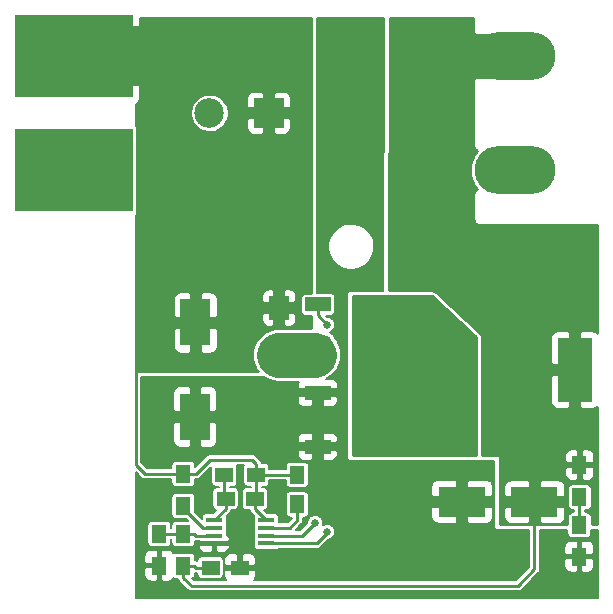
<source format=gtl>
G04 #@! TF.FileFunction,Copper,L1,Top,Signal*
%FSLAX46Y46*%
G04 Gerber Fmt 4.6, Leading zero omitted, Abs format (unit mm)*
G04 Created by KiCad (PCBNEW 4.0.7-e2-6376~58~ubuntu16.04.1) date Mon Nov  6 15:13:20 2017*
%MOMM*%
%LPD*%
G01*
G04 APERTURE LIST*
%ADD10C,0.100000*%
%ADD11R,2.200000X1.200000*%
%ADD12R,6.400000X5.800000*%
%ADD13R,3.050000X2.750000*%
%ADD14R,10.000000X7.000000*%
%ADD15O,6.850000X4.050000*%
%ADD16R,2.500000X4.000000*%
%ADD17R,1.250000X1.500000*%
%ADD18R,1.500000X1.250000*%
%ADD19R,4.000000X2.500000*%
%ADD20R,1.300000X1.500000*%
%ADD21R,2.500000X2.500000*%
%ADD22C,2.500000*%
%ADD23R,2.900000X5.400000*%
%ADD24R,1.500000X1.300000*%
%ADD25R,1.700000X2.000000*%
%ADD26R,1.450000X0.450000*%
%ADD27C,0.635000*%
%ADD28C,0.254000*%
%ADD29C,3.810000*%
%ADD30C,5.080000*%
%ADD31C,0.203200*%
G04 APERTURE END LIST*
D10*
D11*
X148800000Y-113220000D03*
X148800000Y-117780000D03*
D12*
X155100000Y-115500000D03*
D13*
X156775000Y-117025000D03*
X153425000Y-113975000D03*
X156775000Y-113975000D03*
X153425000Y-117025000D03*
D11*
X148800000Y-105720000D03*
X148800000Y-110280000D03*
D12*
X155100000Y-108000000D03*
D13*
X156775000Y-109525000D03*
X153425000Y-106475000D03*
X156775000Y-106475000D03*
X153425000Y-109525000D03*
D14*
X128130800Y-84683600D03*
X128130800Y-94335600D03*
D15*
X165473000Y-84709000D03*
X165473000Y-94352000D03*
D16*
X138430000Y-107252000D03*
X138430000Y-115252000D03*
D17*
X147066000Y-120162000D03*
X147066000Y-122662000D03*
D18*
X140990000Y-122174000D03*
X143490000Y-122174000D03*
X139720000Y-128016000D03*
X142220000Y-128016000D03*
D19*
X167134000Y-122428000D03*
X161034000Y-122428000D03*
D20*
X170942000Y-127080000D03*
X170942000Y-124380000D03*
D21*
X144627600Y-89509600D03*
D22*
X139627600Y-89509600D03*
D23*
X160658000Y-111252000D03*
X170558000Y-111252000D03*
D20*
X137414000Y-120062000D03*
X137414000Y-122762000D03*
D24*
X143590000Y-120142000D03*
X140890000Y-120142000D03*
D25*
X145500000Y-106000000D03*
X145500000Y-110000000D03*
D20*
X137414000Y-127842000D03*
X137414000Y-125142000D03*
X135382000Y-125142000D03*
X135382000Y-127842000D03*
X170942000Y-119300000D03*
X170942000Y-122000000D03*
D26*
X140040000Y-123993000D03*
X140040000Y-124643000D03*
X140040000Y-125293000D03*
X140040000Y-125943000D03*
X144440000Y-125943000D03*
X144440000Y-125293000D03*
X144440000Y-124643000D03*
X144440000Y-123993000D03*
D27*
X140970000Y-114300000D03*
X140970000Y-115316000D03*
X140970000Y-116332000D03*
X140970000Y-117348000D03*
X141986000Y-117348000D03*
X141986000Y-116332000D03*
X141986000Y-115316000D03*
X141986000Y-114300000D03*
X143002000Y-114300000D03*
X143002000Y-115316000D03*
X143002000Y-116332000D03*
X143002000Y-117348000D03*
X144018000Y-117348000D03*
X144018000Y-116332000D03*
X144018000Y-115316000D03*
X144018000Y-114300000D03*
X144018000Y-113284000D03*
X143002000Y-113284000D03*
X141986000Y-113284000D03*
X140970000Y-113284000D03*
X149606000Y-107442000D03*
X148590000Y-124206000D03*
X149606000Y-108712000D03*
X149606000Y-124968000D03*
D28*
X167974000Y-119300000D02*
X167134000Y-120140000D01*
X167134000Y-120140000D02*
X167134000Y-122428000D01*
X170942000Y-119300000D02*
X167974000Y-119300000D01*
X137414000Y-127842000D02*
X137414000Y-128846000D01*
X137414000Y-128846000D02*
X138108000Y-129540000D01*
X138108000Y-129540000D02*
X165759197Y-129540000D01*
X167134000Y-128165197D02*
X167134000Y-122428000D01*
X165759197Y-129540000D02*
X167134000Y-128165197D01*
X138492000Y-128016000D02*
X139720000Y-128016000D01*
X137414000Y-127842000D02*
X138318000Y-127842000D01*
X138318000Y-127842000D02*
X138492000Y-128016000D01*
D29*
X165973000Y-84709000D02*
X160655000Y-84709000D01*
D28*
X140970000Y-114300000D02*
X141224000Y-114300000D01*
X140970000Y-116332000D02*
X140970000Y-115316000D01*
X141986000Y-117348000D02*
X140970000Y-117348000D01*
X141986000Y-115316000D02*
X141986000Y-116332000D01*
X143002000Y-115316000D02*
X143002000Y-114300000D01*
X143002000Y-117348000D02*
X143002000Y-116332000D01*
X144018000Y-115316000D02*
X144018000Y-116332000D01*
X144018000Y-113284000D02*
X144018000Y-114300000D01*
X141986000Y-113284000D02*
X143002000Y-113284000D01*
X138430000Y-115252000D02*
X139934000Y-115252000D01*
X139934000Y-115252000D02*
X140970000Y-114216000D01*
X140970000Y-114216000D02*
X140970000Y-113284000D01*
D30*
X132130800Y-84683600D02*
X134518400Y-84683600D01*
D28*
X137414000Y-120062000D02*
X134172988Y-120062000D01*
X134172988Y-120062000D02*
X133390919Y-119279931D01*
X133390919Y-119279931D02*
X133390919Y-108417081D01*
X133390919Y-108417081D02*
X134556000Y-107252000D01*
X134556000Y-107252000D02*
X138430000Y-107252000D01*
X137414000Y-120062000D02*
X138510000Y-120062000D01*
X143590000Y-119238000D02*
X143590000Y-120142000D01*
X138510000Y-120062000D02*
X139700000Y-118872000D01*
X139700000Y-118872000D02*
X143224000Y-118872000D01*
X143224000Y-118872000D02*
X143590000Y-119238000D01*
X143590000Y-120142000D02*
X147046000Y-120142000D01*
X147046000Y-120142000D02*
X147066000Y-120162000D01*
X143490000Y-122174000D02*
X143490000Y-123043000D01*
X143490000Y-123043000D02*
X144440000Y-123993000D01*
X143590000Y-120142000D02*
X143590000Y-122074000D01*
X143590000Y-122074000D02*
X143490000Y-122174000D01*
X144440000Y-124643000D02*
X146436935Y-124643000D01*
X146436935Y-124643000D02*
X147066000Y-124013935D01*
X147066000Y-124013935D02*
X147066000Y-122662000D01*
X140990000Y-122174000D02*
X140990000Y-123043000D01*
X140990000Y-123043000D02*
X140040000Y-123993000D01*
X140890000Y-120142000D02*
X140890000Y-122074000D01*
X140890000Y-122074000D02*
X140990000Y-122174000D01*
X170942000Y-122000000D02*
X170942000Y-124380000D01*
X149606000Y-107442000D02*
X149601914Y-107442000D01*
X149601914Y-107442000D02*
X148800000Y-106640086D01*
X148800000Y-106640086D02*
X148800000Y-105720000D01*
X144440000Y-125293000D02*
X147503000Y-125293000D01*
X147503000Y-125293000D02*
X148590000Y-124206000D01*
D29*
X145500000Y-110000000D02*
X148520000Y-110000000D01*
D28*
X149606000Y-108712000D02*
X149606000Y-109474000D01*
X149606000Y-109474000D02*
X148800000Y-110280000D01*
X149574000Y-125083268D02*
X149574000Y-125000000D01*
X149574000Y-125000000D02*
X149606000Y-124968000D01*
X148714268Y-125943000D02*
X149574000Y-125083268D01*
X144440000Y-125943000D02*
X148714268Y-125943000D01*
X137414000Y-122762000D02*
X137414000Y-122996000D01*
X137414000Y-122996000D02*
X139061000Y-124643000D01*
X139061000Y-124643000D02*
X140040000Y-124643000D01*
X137414000Y-125142000D02*
X138318000Y-125142000D01*
X138318000Y-125142000D02*
X138469000Y-125293000D01*
X138469000Y-125293000D02*
X139061000Y-125293000D01*
X139061000Y-125293000D02*
X140040000Y-125293000D01*
X135382000Y-125142000D02*
X137414000Y-125142000D01*
D31*
G36*
X154330690Y-104546400D02*
X151638000Y-104546400D01*
X151508755Y-104570719D01*
X151390050Y-104647103D01*
X151310416Y-104763652D01*
X151282400Y-104902000D01*
X151282400Y-118618000D01*
X151306719Y-118747245D01*
X151383103Y-118865950D01*
X151499652Y-118945584D01*
X151638000Y-118973600D01*
X162306000Y-118973600D01*
X162435245Y-118949281D01*
X162436361Y-118948563D01*
X162560000Y-118973600D01*
X163728400Y-118973600D01*
X163728400Y-124460000D01*
X163752719Y-124589245D01*
X163829103Y-124707950D01*
X163945652Y-124787584D01*
X164084000Y-124815600D01*
X166651400Y-124815600D01*
X166651400Y-127965297D01*
X165559297Y-129057400D01*
X143415705Y-129057400D01*
X143443507Y-129029598D01*
X143510220Y-128929754D01*
X143556173Y-128818814D01*
X143579600Y-128701041D01*
X143579600Y-128320800D01*
X143427200Y-128168400D01*
X142372400Y-128168400D01*
X142372400Y-128188400D01*
X142067600Y-128188400D01*
X142067600Y-128168400D01*
X141012800Y-128168400D01*
X140860400Y-128320800D01*
X140860400Y-128701041D01*
X140883827Y-128818814D01*
X140929780Y-128929754D01*
X140996493Y-129029598D01*
X141024295Y-129057400D01*
X138307900Y-129057400D01*
X138177646Y-128927146D01*
X138216675Y-128915060D01*
X138300633Y-128859736D01*
X138365854Y-128783212D01*
X138407173Y-128691547D01*
X138421320Y-128592000D01*
X138421320Y-128491589D01*
X138440971Y-128493585D01*
X138485262Y-128498553D01*
X138490222Y-128498588D01*
X138490315Y-128498597D01*
X138490401Y-128498589D01*
X138492000Y-128498600D01*
X138612680Y-128498600D01*
X138612680Y-128641000D01*
X138617196Y-128697628D01*
X138646940Y-128793675D01*
X138702264Y-128877633D01*
X138778788Y-128942854D01*
X138870453Y-128984173D01*
X138970000Y-128998320D01*
X140470000Y-128998320D01*
X140526628Y-128993804D01*
X140622675Y-128964060D01*
X140706633Y-128908736D01*
X140771854Y-128832212D01*
X140813173Y-128740547D01*
X140827320Y-128641000D01*
X140827320Y-127391000D01*
X140822804Y-127334372D01*
X140821748Y-127330959D01*
X140860400Y-127330959D01*
X140860400Y-127711200D01*
X141012800Y-127863600D01*
X142067600Y-127863600D01*
X142067600Y-126933800D01*
X142372400Y-126933800D01*
X142372400Y-127863600D01*
X143427200Y-127863600D01*
X143579600Y-127711200D01*
X143579600Y-127330959D01*
X143556173Y-127213186D01*
X143510220Y-127102246D01*
X143443507Y-127002402D01*
X143358597Y-126917493D01*
X143258754Y-126850779D01*
X143147813Y-126804827D01*
X143030040Y-126781400D01*
X142524800Y-126781400D01*
X142372400Y-126933800D01*
X142067600Y-126933800D01*
X141915200Y-126781400D01*
X141409960Y-126781400D01*
X141292187Y-126804827D01*
X141181246Y-126850779D01*
X141081403Y-126917493D01*
X140996493Y-127002402D01*
X140929780Y-127102246D01*
X140883827Y-127213186D01*
X140860400Y-127330959D01*
X140821748Y-127330959D01*
X140793060Y-127238325D01*
X140737736Y-127154367D01*
X140661212Y-127089146D01*
X140569547Y-127047827D01*
X140470000Y-127033680D01*
X138970000Y-127033680D01*
X138913372Y-127038196D01*
X138817325Y-127067940D01*
X138733367Y-127123264D01*
X138668146Y-127199788D01*
X138626827Y-127291453D01*
X138612680Y-127391000D01*
X138612680Y-127462283D01*
X138590653Y-127443800D01*
X138588430Y-127442578D01*
X138586469Y-127440967D01*
X138547152Y-127419885D01*
X138508116Y-127398425D01*
X138505700Y-127397659D01*
X138503461Y-127396458D01*
X138460798Y-127383415D01*
X138421320Y-127370892D01*
X138421320Y-127092000D01*
X138416804Y-127035372D01*
X138387060Y-126939325D01*
X138331736Y-126855367D01*
X138255212Y-126790146D01*
X138163547Y-126748827D01*
X138064000Y-126734680D01*
X136764000Y-126734680D01*
X136707372Y-126739196D01*
X136611325Y-126768940D01*
X136568260Y-126797318D01*
X136505507Y-126703403D01*
X136420598Y-126618493D01*
X136320754Y-126551780D01*
X136209814Y-126505827D01*
X136092041Y-126482400D01*
X135686800Y-126482400D01*
X135534400Y-126634800D01*
X135534400Y-127689600D01*
X135554400Y-127689600D01*
X135554400Y-127994400D01*
X135534400Y-127994400D01*
X135534400Y-129049200D01*
X135686800Y-129201600D01*
X136092041Y-129201600D01*
X136209814Y-129178173D01*
X136320754Y-129132220D01*
X136420598Y-129065507D01*
X136505507Y-128980597D01*
X136566850Y-128888793D01*
X136572788Y-128893854D01*
X136664453Y-128935173D01*
X136764000Y-128949320D01*
X136943484Y-128949320D01*
X136953472Y-128982400D01*
X136965913Y-129025223D01*
X136967080Y-129027475D01*
X136967814Y-129029905D01*
X136988758Y-129069295D01*
X137009258Y-129108843D01*
X137010839Y-129110824D01*
X137012032Y-129113067D01*
X137040217Y-129147625D01*
X137068019Y-129182452D01*
X137071505Y-129185988D01*
X137071561Y-129186056D01*
X137071624Y-129186108D01*
X137072750Y-129187250D01*
X137766750Y-129881250D01*
X137801197Y-129909545D01*
X137835347Y-129938200D01*
X137837570Y-129939422D01*
X137839531Y-129941033D01*
X137878813Y-129962096D01*
X137917884Y-129983575D01*
X137920304Y-129984343D01*
X137922539Y-129985541D01*
X137965169Y-129998575D01*
X138007662Y-130012054D01*
X138010182Y-130012337D01*
X138012610Y-130013079D01*
X138056971Y-130017585D01*
X138101262Y-130022553D01*
X138106222Y-130022588D01*
X138106315Y-130022597D01*
X138106401Y-130022589D01*
X138108000Y-130022600D01*
X165759197Y-130022600D01*
X165803523Y-130018254D01*
X165847972Y-130014365D01*
X165850411Y-130013656D01*
X165852934Y-130013409D01*
X165895597Y-130000528D01*
X165938420Y-129988087D01*
X165940672Y-129986920D01*
X165943102Y-129986186D01*
X165982492Y-129965242D01*
X166022040Y-129944742D01*
X166024021Y-129943161D01*
X166026264Y-129941968D01*
X166060822Y-129913783D01*
X166095649Y-129885981D01*
X166099185Y-129882495D01*
X166099253Y-129882439D01*
X166099305Y-129882376D01*
X166100447Y-129881250D01*
X167475250Y-128506447D01*
X167503545Y-128472000D01*
X167532200Y-128437850D01*
X167533422Y-128435627D01*
X167535033Y-128433666D01*
X167556115Y-128394349D01*
X167577575Y-128355313D01*
X167578341Y-128352897D01*
X167579542Y-128350658D01*
X167592585Y-128307995D01*
X167606054Y-128265535D01*
X167606337Y-128263014D01*
X167607079Y-128260586D01*
X167611584Y-128216231D01*
X167616553Y-128171935D01*
X167616588Y-128166975D01*
X167616597Y-128166882D01*
X167616589Y-128166796D01*
X167616600Y-128165197D01*
X167616600Y-127384800D01*
X169682400Y-127384800D01*
X169682400Y-127890040D01*
X169705827Y-128007813D01*
X169751779Y-128118754D01*
X169818493Y-128218597D01*
X169903402Y-128303507D01*
X170003246Y-128370220D01*
X170114186Y-128416173D01*
X170231959Y-128439600D01*
X170637200Y-128439600D01*
X170789600Y-128287200D01*
X170789600Y-127232400D01*
X171094400Y-127232400D01*
X171094400Y-128287200D01*
X171246800Y-128439600D01*
X171652041Y-128439600D01*
X171769814Y-128416173D01*
X171880754Y-128370220D01*
X171980598Y-128303507D01*
X172065507Y-128218597D01*
X172132221Y-128118754D01*
X172178173Y-128007813D01*
X172201600Y-127890040D01*
X172201600Y-127384800D01*
X172049200Y-127232400D01*
X171094400Y-127232400D01*
X170789600Y-127232400D01*
X169834800Y-127232400D01*
X169682400Y-127384800D01*
X167616600Y-127384800D01*
X167616600Y-126269960D01*
X169682400Y-126269960D01*
X169682400Y-126775200D01*
X169834800Y-126927600D01*
X170789600Y-126927600D01*
X170789600Y-125872800D01*
X171094400Y-125872800D01*
X171094400Y-126927600D01*
X172049200Y-126927600D01*
X172201600Y-126775200D01*
X172201600Y-126269960D01*
X172178173Y-126152187D01*
X172132221Y-126041246D01*
X172065507Y-125941403D01*
X171980598Y-125856493D01*
X171880754Y-125789780D01*
X171769814Y-125743827D01*
X171652041Y-125720400D01*
X171246800Y-125720400D01*
X171094400Y-125872800D01*
X170789600Y-125872800D01*
X170637200Y-125720400D01*
X170231959Y-125720400D01*
X170114186Y-125743827D01*
X170003246Y-125789780D01*
X169903402Y-125856493D01*
X169818493Y-125941403D01*
X169751779Y-126041246D01*
X169705827Y-126152187D01*
X169682400Y-126269960D01*
X167616600Y-126269960D01*
X167616600Y-124815600D01*
X169934680Y-124815600D01*
X169934680Y-125130000D01*
X169939196Y-125186628D01*
X169968940Y-125282675D01*
X170024264Y-125366633D01*
X170100788Y-125431854D01*
X170192453Y-125473173D01*
X170292000Y-125487320D01*
X171592000Y-125487320D01*
X171648628Y-125482804D01*
X171744675Y-125453060D01*
X171828633Y-125397736D01*
X171893854Y-125321212D01*
X171935173Y-125229547D01*
X171949320Y-125130000D01*
X171949320Y-124815600D01*
X172505400Y-124815600D01*
X172505400Y-130595400D01*
X133366600Y-130595400D01*
X133366600Y-128146800D01*
X134122400Y-128146800D01*
X134122400Y-128652040D01*
X134145827Y-128769813D01*
X134191779Y-128880754D01*
X134258493Y-128980597D01*
X134343402Y-129065507D01*
X134443246Y-129132220D01*
X134554186Y-129178173D01*
X134671959Y-129201600D01*
X135077200Y-129201600D01*
X135229600Y-129049200D01*
X135229600Y-127994400D01*
X134274800Y-127994400D01*
X134122400Y-128146800D01*
X133366600Y-128146800D01*
X133366600Y-127031960D01*
X134122400Y-127031960D01*
X134122400Y-127537200D01*
X134274800Y-127689600D01*
X135229600Y-127689600D01*
X135229600Y-126634800D01*
X135077200Y-126482400D01*
X134671959Y-126482400D01*
X134554186Y-126505827D01*
X134443246Y-126551780D01*
X134343402Y-126618493D01*
X134258493Y-126703403D01*
X134191779Y-126803246D01*
X134145827Y-126914187D01*
X134122400Y-127031960D01*
X133366600Y-127031960D01*
X133366600Y-119938112D01*
X133831739Y-120403250D01*
X133866139Y-120431506D01*
X133900335Y-120460200D01*
X133902561Y-120461424D01*
X133904520Y-120463033D01*
X133943797Y-120484093D01*
X133982872Y-120505575D01*
X133985290Y-120506342D01*
X133987528Y-120507542D01*
X134030176Y-120520581D01*
X134072650Y-120534054D01*
X134075171Y-120534337D01*
X134077599Y-120535079D01*
X134121954Y-120539584D01*
X134166250Y-120544553D01*
X134171210Y-120544588D01*
X134171303Y-120544597D01*
X134171389Y-120544589D01*
X134172988Y-120544600D01*
X136406680Y-120544600D01*
X136406680Y-120812000D01*
X136411196Y-120868628D01*
X136440940Y-120964675D01*
X136496264Y-121048633D01*
X136572788Y-121113854D01*
X136664453Y-121155173D01*
X136764000Y-121169320D01*
X138064000Y-121169320D01*
X138120628Y-121164804D01*
X138216675Y-121135060D01*
X138300633Y-121079736D01*
X138365854Y-121003212D01*
X138407173Y-120911547D01*
X138421320Y-120812000D01*
X138421320Y-120544600D01*
X138510000Y-120544600D01*
X138554326Y-120540254D01*
X138598775Y-120536365D01*
X138601214Y-120535656D01*
X138603737Y-120535409D01*
X138646400Y-120522528D01*
X138689223Y-120510087D01*
X138691475Y-120508920D01*
X138693905Y-120508186D01*
X138733295Y-120487242D01*
X138772843Y-120466742D01*
X138774824Y-120465161D01*
X138777067Y-120463968D01*
X138811625Y-120435783D01*
X138846452Y-120407981D01*
X138849988Y-120404495D01*
X138850056Y-120404439D01*
X138850108Y-120404376D01*
X138851250Y-120403250D01*
X139786023Y-119468477D01*
X139782680Y-119492000D01*
X139782680Y-120792000D01*
X139787196Y-120848628D01*
X139816940Y-120944675D01*
X139872264Y-121028633D01*
X139948788Y-121093854D01*
X140040453Y-121135173D01*
X140140000Y-121149320D01*
X140407400Y-121149320D01*
X140407400Y-121191680D01*
X140240000Y-121191680D01*
X140183372Y-121196196D01*
X140087325Y-121225940D01*
X140003367Y-121281264D01*
X139938146Y-121357788D01*
X139896827Y-121449453D01*
X139882680Y-121549000D01*
X139882680Y-122799000D01*
X139887196Y-122855628D01*
X139916940Y-122951675D01*
X139972264Y-123035633D01*
X140048788Y-123100854D01*
X140140453Y-123142173D01*
X140199881Y-123150619D01*
X139939820Y-123410680D01*
X139315000Y-123410680D01*
X139258372Y-123415196D01*
X139162325Y-123444940D01*
X139078367Y-123500264D01*
X139013146Y-123576788D01*
X138971827Y-123668453D01*
X138957680Y-123768000D01*
X138957680Y-123857180D01*
X138421320Y-123320820D01*
X138421320Y-122012000D01*
X138416804Y-121955372D01*
X138387060Y-121859325D01*
X138331736Y-121775367D01*
X138255212Y-121710146D01*
X138163547Y-121668827D01*
X138064000Y-121654680D01*
X136764000Y-121654680D01*
X136707372Y-121659196D01*
X136611325Y-121688940D01*
X136527367Y-121744264D01*
X136462146Y-121820788D01*
X136420827Y-121912453D01*
X136406680Y-122012000D01*
X136406680Y-123512000D01*
X136411196Y-123568628D01*
X136440940Y-123664675D01*
X136496264Y-123748633D01*
X136572788Y-123813854D01*
X136664453Y-123855173D01*
X136764000Y-123869320D01*
X137604820Y-123869320D01*
X137770180Y-124034680D01*
X136764000Y-124034680D01*
X136707372Y-124039196D01*
X136611325Y-124068940D01*
X136527367Y-124124264D01*
X136462146Y-124200788D01*
X136420827Y-124292453D01*
X136406680Y-124392000D01*
X136406680Y-124659400D01*
X136389320Y-124659400D01*
X136389320Y-124392000D01*
X136384804Y-124335372D01*
X136355060Y-124239325D01*
X136299736Y-124155367D01*
X136223212Y-124090146D01*
X136131547Y-124048827D01*
X136032000Y-124034680D01*
X134732000Y-124034680D01*
X134675372Y-124039196D01*
X134579325Y-124068940D01*
X134495367Y-124124264D01*
X134430146Y-124200788D01*
X134388827Y-124292453D01*
X134374680Y-124392000D01*
X134374680Y-125892000D01*
X134379196Y-125948628D01*
X134408940Y-126044675D01*
X134464264Y-126128633D01*
X134540788Y-126193854D01*
X134632453Y-126235173D01*
X134732000Y-126249320D01*
X136032000Y-126249320D01*
X136088628Y-126244804D01*
X136184675Y-126215060D01*
X136268633Y-126159736D01*
X136333854Y-126083212D01*
X136375173Y-125991547D01*
X136389320Y-125892000D01*
X136389320Y-125624600D01*
X136406680Y-125624600D01*
X136406680Y-125892000D01*
X136411196Y-125948628D01*
X136440940Y-126044675D01*
X136496264Y-126128633D01*
X136572788Y-126193854D01*
X136664453Y-126235173D01*
X136764000Y-126249320D01*
X138064000Y-126249320D01*
X138120628Y-126244804D01*
X138216675Y-126215060D01*
X138227540Y-126207900D01*
X138705400Y-126207900D01*
X138705400Y-126228040D01*
X138728827Y-126345813D01*
X138774779Y-126456754D01*
X138841493Y-126556597D01*
X138926402Y-126641507D01*
X139026246Y-126708220D01*
X139137186Y-126754173D01*
X139254959Y-126777600D01*
X139735200Y-126777600D01*
X139887600Y-126625200D01*
X139887600Y-126055500D01*
X140192400Y-126055500D01*
X140192400Y-126625200D01*
X140344800Y-126777600D01*
X140825041Y-126777600D01*
X140942814Y-126754173D01*
X141053754Y-126708220D01*
X141153598Y-126641507D01*
X141238507Y-126556597D01*
X141305221Y-126456754D01*
X141351173Y-126345813D01*
X141374600Y-126228040D01*
X141374600Y-126207900D01*
X141222200Y-126055500D01*
X140192400Y-126055500D01*
X139887600Y-126055500D01*
X138857800Y-126055500D01*
X138705400Y-126207900D01*
X138227540Y-126207900D01*
X138300633Y-126159736D01*
X138365854Y-126083212D01*
X138407173Y-125991547D01*
X138421320Y-125892000D01*
X138421320Y-125770961D01*
X138462262Y-125775553D01*
X138467222Y-125775588D01*
X138467315Y-125775597D01*
X138467401Y-125775589D01*
X138469000Y-125775600D01*
X138802900Y-125775600D01*
X138857800Y-125830500D01*
X139147406Y-125830500D01*
X139215453Y-125861173D01*
X139315000Y-125875320D01*
X140765000Y-125875320D01*
X140821628Y-125870804D01*
X140917675Y-125841060D01*
X140933701Y-125830500D01*
X141222200Y-125830500D01*
X141374600Y-125678100D01*
X141374600Y-125657960D01*
X141351173Y-125540187D01*
X141305221Y-125429246D01*
X141238507Y-125329403D01*
X141153598Y-125244493D01*
X141122320Y-125223594D01*
X141122320Y-125068000D01*
X141117804Y-125011372D01*
X141105837Y-124972729D01*
X141108173Y-124967547D01*
X141122320Y-124868000D01*
X141122320Y-124418000D01*
X141117804Y-124361372D01*
X141105837Y-124322729D01*
X141108173Y-124317547D01*
X141122320Y-124218000D01*
X141122320Y-123768000D01*
X141117804Y-123711372D01*
X141090925Y-123624575D01*
X141331250Y-123384250D01*
X141359545Y-123349803D01*
X141388200Y-123315653D01*
X141389422Y-123313430D01*
X141391033Y-123311469D01*
X141412115Y-123272152D01*
X141433575Y-123233116D01*
X141434341Y-123230700D01*
X141435542Y-123228461D01*
X141448585Y-123185798D01*
X141457936Y-123156320D01*
X141740000Y-123156320D01*
X141796628Y-123151804D01*
X141892675Y-123122060D01*
X141976633Y-123066736D01*
X142041854Y-122990212D01*
X142083173Y-122898547D01*
X142097320Y-122799000D01*
X142097320Y-121549000D01*
X142092804Y-121492372D01*
X142063060Y-121396325D01*
X142007736Y-121312367D01*
X141931212Y-121247146D01*
X141839547Y-121205827D01*
X141740000Y-121191680D01*
X141372600Y-121191680D01*
X141372600Y-121149320D01*
X141640000Y-121149320D01*
X141696628Y-121144804D01*
X141792675Y-121115060D01*
X141876633Y-121059736D01*
X141941854Y-120983212D01*
X141983173Y-120891547D01*
X141997320Y-120792000D01*
X141997320Y-119492000D01*
X141992804Y-119435372D01*
X141967790Y-119354600D01*
X142513890Y-119354600D01*
X142496827Y-119392453D01*
X142482680Y-119492000D01*
X142482680Y-120792000D01*
X142487196Y-120848628D01*
X142516940Y-120944675D01*
X142572264Y-121028633D01*
X142648788Y-121093854D01*
X142740453Y-121135173D01*
X142840000Y-121149320D01*
X143107400Y-121149320D01*
X143107400Y-121191680D01*
X142740000Y-121191680D01*
X142683372Y-121196196D01*
X142587325Y-121225940D01*
X142503367Y-121281264D01*
X142438146Y-121357788D01*
X142396827Y-121449453D01*
X142382680Y-121549000D01*
X142382680Y-122799000D01*
X142387196Y-122855628D01*
X142416940Y-122951675D01*
X142472264Y-123035633D01*
X142548788Y-123100854D01*
X142640453Y-123142173D01*
X142740000Y-123156320D01*
X143022503Y-123156320D01*
X143029472Y-123179400D01*
X143041913Y-123222223D01*
X143043080Y-123224475D01*
X143043814Y-123226905D01*
X143064758Y-123266295D01*
X143085258Y-123305843D01*
X143086839Y-123307824D01*
X143088032Y-123310067D01*
X143116217Y-123344625D01*
X143144019Y-123379452D01*
X143147505Y-123382988D01*
X143147561Y-123383056D01*
X143147624Y-123383108D01*
X143148750Y-123384250D01*
X143390819Y-123626319D01*
X143371827Y-123668453D01*
X143357680Y-123768000D01*
X143357680Y-124218000D01*
X143362196Y-124274628D01*
X143374163Y-124313271D01*
X143371827Y-124318453D01*
X143357680Y-124418000D01*
X143357680Y-124868000D01*
X143362196Y-124924628D01*
X143374163Y-124963271D01*
X143371827Y-124968453D01*
X143357680Y-125068000D01*
X143357680Y-125518000D01*
X143362196Y-125574628D01*
X143374163Y-125613271D01*
X143371827Y-125618453D01*
X143357680Y-125718000D01*
X143357680Y-126168000D01*
X143362196Y-126224628D01*
X143391940Y-126320675D01*
X143447264Y-126404633D01*
X143523788Y-126469854D01*
X143615453Y-126511173D01*
X143715000Y-126525320D01*
X145165000Y-126525320D01*
X145221628Y-126520804D01*
X145317675Y-126491060D01*
X145401633Y-126435736D01*
X145410272Y-126425600D01*
X148714268Y-126425600D01*
X148758594Y-126421254D01*
X148803043Y-126417365D01*
X148805482Y-126416656D01*
X148808005Y-126416409D01*
X148850668Y-126403528D01*
X148893491Y-126391087D01*
X148895743Y-126389920D01*
X148898173Y-126389186D01*
X148937563Y-126368242D01*
X148977111Y-126347742D01*
X148979092Y-126346161D01*
X148981335Y-126344968D01*
X149015893Y-126316783D01*
X149050720Y-126288981D01*
X149054256Y-126285495D01*
X149054324Y-126285439D01*
X149054376Y-126285376D01*
X149055518Y-126284250D01*
X149705862Y-125633905D01*
X149787886Y-125619442D01*
X149910954Y-125571707D01*
X150022407Y-125500977D01*
X150117999Y-125409946D01*
X150194089Y-125302081D01*
X150247779Y-125181491D01*
X150277024Y-125052770D01*
X150279129Y-124901999D01*
X150253490Y-124772511D01*
X150203188Y-124650470D01*
X150130139Y-124540523D01*
X150037126Y-124446858D01*
X149927692Y-124373044D01*
X149806004Y-124321891D01*
X149676699Y-124295348D01*
X149544700Y-124294427D01*
X149415036Y-124319161D01*
X149292646Y-124368610D01*
X149234728Y-124406510D01*
X149261024Y-124290770D01*
X149263129Y-124139999D01*
X149237490Y-124010511D01*
X149187188Y-123888470D01*
X149114139Y-123778523D01*
X149021126Y-123684858D01*
X148911692Y-123611044D01*
X148790004Y-123559891D01*
X148660699Y-123533348D01*
X148528700Y-123532427D01*
X148399036Y-123557161D01*
X148276646Y-123606610D01*
X148166192Y-123678889D01*
X148071880Y-123771246D01*
X147997304Y-123880163D01*
X147945303Y-124001490D01*
X147917858Y-124130607D01*
X147916937Y-124196563D01*
X147303100Y-124810400D01*
X146952035Y-124810400D01*
X147407250Y-124355185D01*
X147435545Y-124320738D01*
X147464200Y-124286588D01*
X147465422Y-124284365D01*
X147467033Y-124282404D01*
X147488096Y-124243122D01*
X147509575Y-124204051D01*
X147510343Y-124201631D01*
X147511541Y-124199396D01*
X147524575Y-124156766D01*
X147538054Y-124114273D01*
X147538337Y-124111753D01*
X147539079Y-124109325D01*
X147543585Y-124064964D01*
X147548553Y-124020673D01*
X147548588Y-124015713D01*
X147548597Y-124015620D01*
X147548589Y-124015534D01*
X147548600Y-124013935D01*
X147548600Y-123769320D01*
X147691000Y-123769320D01*
X147747628Y-123764804D01*
X147843675Y-123735060D01*
X147927633Y-123679736D01*
X147992854Y-123603212D01*
X148034173Y-123511547D01*
X148048320Y-123412000D01*
X148048320Y-122986800D01*
X158424400Y-122986800D01*
X158424400Y-123738041D01*
X158447827Y-123855814D01*
X158493780Y-123966754D01*
X158560493Y-124066598D01*
X158645403Y-124151507D01*
X158745246Y-124218221D01*
X158856187Y-124264173D01*
X158973960Y-124287600D01*
X160475200Y-124287600D01*
X160627600Y-124135200D01*
X160627600Y-122834400D01*
X161440400Y-122834400D01*
X161440400Y-124135200D01*
X161592800Y-124287600D01*
X163094040Y-124287600D01*
X163211813Y-124264173D01*
X163322754Y-124218221D01*
X163422597Y-124151507D01*
X163507507Y-124066598D01*
X163574220Y-123966754D01*
X163620173Y-123855814D01*
X163643600Y-123738041D01*
X163643600Y-122986800D01*
X163491200Y-122834400D01*
X161440400Y-122834400D01*
X160627600Y-122834400D01*
X158576800Y-122834400D01*
X158424400Y-122986800D01*
X148048320Y-122986800D01*
X148048320Y-121912000D01*
X148043804Y-121855372D01*
X148014060Y-121759325D01*
X147958736Y-121675367D01*
X147882212Y-121610146D01*
X147790547Y-121568827D01*
X147691000Y-121554680D01*
X146441000Y-121554680D01*
X146384372Y-121559196D01*
X146288325Y-121588940D01*
X146204367Y-121644264D01*
X146139146Y-121720788D01*
X146097827Y-121812453D01*
X146083680Y-121912000D01*
X146083680Y-123412000D01*
X146088196Y-123468628D01*
X146117940Y-123564675D01*
X146173264Y-123648633D01*
X146249788Y-123713854D01*
X146341453Y-123755173D01*
X146441000Y-123769320D01*
X146583400Y-123769320D01*
X146583400Y-123814035D01*
X146237035Y-124160400D01*
X145522320Y-124160400D01*
X145522320Y-123768000D01*
X145517804Y-123711372D01*
X145488060Y-123615325D01*
X145432736Y-123531367D01*
X145356212Y-123466146D01*
X145264547Y-123424827D01*
X145165000Y-123410680D01*
X144540180Y-123410680D01*
X144282436Y-123152936D01*
X144296628Y-123151804D01*
X144392675Y-123122060D01*
X144476633Y-123066736D01*
X144541854Y-122990212D01*
X144583173Y-122898547D01*
X144597320Y-122799000D01*
X144597320Y-121549000D01*
X144592804Y-121492372D01*
X144563060Y-121396325D01*
X144507736Y-121312367D01*
X144431212Y-121247146D01*
X144339547Y-121205827D01*
X144240000Y-121191680D01*
X144072600Y-121191680D01*
X144072600Y-121149320D01*
X144340000Y-121149320D01*
X144396628Y-121144804D01*
X144492675Y-121115060D01*
X144576633Y-121059736D01*
X144641854Y-120983212D01*
X144683173Y-120891547D01*
X144697320Y-120792000D01*
X144697320Y-120624600D01*
X146083680Y-120624600D01*
X146083680Y-120912000D01*
X146088196Y-120968628D01*
X146117940Y-121064675D01*
X146173264Y-121148633D01*
X146249788Y-121213854D01*
X146341453Y-121255173D01*
X146441000Y-121269320D01*
X147691000Y-121269320D01*
X147747628Y-121264804D01*
X147843675Y-121235060D01*
X147927633Y-121179736D01*
X147980285Y-121117959D01*
X158424400Y-121117959D01*
X158424400Y-121869200D01*
X158576800Y-122021600D01*
X160627600Y-122021600D01*
X160627600Y-120720800D01*
X161440400Y-120720800D01*
X161440400Y-122021600D01*
X163491200Y-122021600D01*
X163643600Y-121869200D01*
X163643600Y-121117959D01*
X163620173Y-121000186D01*
X163574220Y-120889246D01*
X163507507Y-120789402D01*
X163422597Y-120704493D01*
X163322754Y-120637779D01*
X163211813Y-120591827D01*
X163094040Y-120568400D01*
X161592800Y-120568400D01*
X161440400Y-120720800D01*
X160627600Y-120720800D01*
X160475200Y-120568400D01*
X158973960Y-120568400D01*
X158856187Y-120591827D01*
X158745246Y-120637779D01*
X158645403Y-120704493D01*
X158560493Y-120789402D01*
X158493780Y-120889246D01*
X158447827Y-121000186D01*
X158424400Y-121117959D01*
X147980285Y-121117959D01*
X147992854Y-121103212D01*
X148034173Y-121011547D01*
X148048320Y-120912000D01*
X148048320Y-119412000D01*
X148043804Y-119355372D01*
X148014060Y-119259325D01*
X147958736Y-119175367D01*
X147882212Y-119110146D01*
X147790547Y-119068827D01*
X147691000Y-119054680D01*
X146441000Y-119054680D01*
X146384372Y-119059196D01*
X146288325Y-119088940D01*
X146204367Y-119144264D01*
X146139146Y-119220788D01*
X146097827Y-119312453D01*
X146083680Y-119412000D01*
X146083680Y-119659400D01*
X144697320Y-119659400D01*
X144697320Y-119492000D01*
X144692804Y-119435372D01*
X144663060Y-119339325D01*
X144607736Y-119255367D01*
X144531212Y-119190146D01*
X144439547Y-119148827D01*
X144340000Y-119134680D01*
X144060516Y-119134680D01*
X144050528Y-119101600D01*
X144038087Y-119058777D01*
X144036920Y-119056525D01*
X144036186Y-119054095D01*
X144015242Y-119014705D01*
X143994742Y-118975157D01*
X143993161Y-118973176D01*
X143991968Y-118970933D01*
X143963783Y-118936375D01*
X143935981Y-118901548D01*
X143932495Y-118898012D01*
X143932439Y-118897944D01*
X143932376Y-118897892D01*
X143931250Y-118896750D01*
X143565250Y-118530750D01*
X143530803Y-118502455D01*
X143496653Y-118473800D01*
X143494430Y-118472578D01*
X143492469Y-118470967D01*
X143453152Y-118449885D01*
X143414116Y-118428425D01*
X143411700Y-118427659D01*
X143409461Y-118426458D01*
X143366798Y-118413415D01*
X143324338Y-118399946D01*
X143321817Y-118399663D01*
X143319389Y-118398921D01*
X143275034Y-118394416D01*
X143230738Y-118389447D01*
X143225778Y-118389412D01*
X143225685Y-118389403D01*
X143225599Y-118389411D01*
X143224000Y-118389400D01*
X139700000Y-118389400D01*
X139655674Y-118393746D01*
X139611225Y-118397635D01*
X139608786Y-118398344D01*
X139606263Y-118398591D01*
X139563600Y-118411472D01*
X139520777Y-118423913D01*
X139518525Y-118425080D01*
X139516095Y-118425814D01*
X139476705Y-118446758D01*
X139437157Y-118467258D01*
X139435176Y-118468839D01*
X139432933Y-118470032D01*
X139398375Y-118498217D01*
X139363548Y-118526019D01*
X139360012Y-118529505D01*
X139359944Y-118529561D01*
X139359892Y-118529624D01*
X139358750Y-118530750D01*
X138421320Y-119468180D01*
X138421320Y-119312000D01*
X138416804Y-119255372D01*
X138387060Y-119159325D01*
X138331736Y-119075367D01*
X138255212Y-119010146D01*
X138163547Y-118968827D01*
X138064000Y-118954680D01*
X136764000Y-118954680D01*
X136707372Y-118959196D01*
X136611325Y-118988940D01*
X136527367Y-119044264D01*
X136462146Y-119120788D01*
X136420827Y-119212453D01*
X136406680Y-119312000D01*
X136406680Y-119579400D01*
X134372887Y-119579400D01*
X133873519Y-119080031D01*
X133873519Y-118232400D01*
X147090400Y-118232400D01*
X147090400Y-118440041D01*
X147113827Y-118557814D01*
X147159780Y-118668754D01*
X147226493Y-118768598D01*
X147311403Y-118853507D01*
X147411246Y-118920221D01*
X147522187Y-118966173D01*
X147639960Y-118989600D01*
X148241200Y-118989600D01*
X148393600Y-118837200D01*
X148393600Y-118080000D01*
X149206400Y-118080000D01*
X149206400Y-118837200D01*
X149358800Y-118989600D01*
X149960040Y-118989600D01*
X150077813Y-118966173D01*
X150188754Y-118920221D01*
X150288597Y-118853507D01*
X150373507Y-118768598D01*
X150440220Y-118668754D01*
X150486173Y-118557814D01*
X150509600Y-118440041D01*
X150509600Y-118232400D01*
X150357200Y-118080000D01*
X149206400Y-118080000D01*
X148393600Y-118080000D01*
X147242800Y-118080000D01*
X147090400Y-118232400D01*
X133873519Y-118232400D01*
X133873519Y-115810800D01*
X136570400Y-115810800D01*
X136570400Y-117312040D01*
X136593827Y-117429813D01*
X136639779Y-117540754D01*
X136706493Y-117640597D01*
X136791402Y-117725507D01*
X136891246Y-117792220D01*
X137002186Y-117838173D01*
X137119959Y-117861600D01*
X137871200Y-117861600D01*
X138023600Y-117709200D01*
X138023600Y-115658400D01*
X138836400Y-115658400D01*
X138836400Y-117709200D01*
X138988800Y-117861600D01*
X139740041Y-117861600D01*
X139857814Y-117838173D01*
X139968754Y-117792220D01*
X140068598Y-117725507D01*
X140153507Y-117640597D01*
X140220221Y-117540754D01*
X140266173Y-117429813D01*
X140289600Y-117312040D01*
X140289600Y-117119959D01*
X147090400Y-117119959D01*
X147090400Y-117327600D01*
X147242800Y-117480000D01*
X148393600Y-117480000D01*
X148393600Y-116722800D01*
X149206400Y-116722800D01*
X149206400Y-117480000D01*
X150357200Y-117480000D01*
X150509600Y-117327600D01*
X150509600Y-117119959D01*
X150486173Y-117002186D01*
X150440220Y-116891246D01*
X150373507Y-116791402D01*
X150288597Y-116706493D01*
X150188754Y-116639779D01*
X150077813Y-116593827D01*
X149960040Y-116570400D01*
X149358800Y-116570400D01*
X149206400Y-116722800D01*
X148393600Y-116722800D01*
X148241200Y-116570400D01*
X147639960Y-116570400D01*
X147522187Y-116593827D01*
X147411246Y-116639779D01*
X147311403Y-116706493D01*
X147226493Y-116791402D01*
X147159780Y-116891246D01*
X147113827Y-117002186D01*
X147090400Y-117119959D01*
X140289600Y-117119959D01*
X140289600Y-115810800D01*
X140137200Y-115658400D01*
X138836400Y-115658400D01*
X138023600Y-115658400D01*
X136722800Y-115658400D01*
X136570400Y-115810800D01*
X133873519Y-115810800D01*
X133873519Y-113191960D01*
X136570400Y-113191960D01*
X136570400Y-114693200D01*
X136722800Y-114845600D01*
X138023600Y-114845600D01*
X138023600Y-112794800D01*
X138836400Y-112794800D01*
X138836400Y-114845600D01*
X140137200Y-114845600D01*
X140289600Y-114693200D01*
X140289600Y-113672400D01*
X147090400Y-113672400D01*
X147090400Y-113880041D01*
X147113827Y-113997814D01*
X147159780Y-114108754D01*
X147226493Y-114208598D01*
X147311403Y-114293507D01*
X147411246Y-114360221D01*
X147522187Y-114406173D01*
X147639960Y-114429600D01*
X148241200Y-114429600D01*
X148393600Y-114277200D01*
X148393600Y-113520000D01*
X149206400Y-113520000D01*
X149206400Y-114277200D01*
X149358800Y-114429600D01*
X149960040Y-114429600D01*
X150077813Y-114406173D01*
X150188754Y-114360221D01*
X150288597Y-114293507D01*
X150373507Y-114208598D01*
X150440220Y-114108754D01*
X150486173Y-113997814D01*
X150509600Y-113880041D01*
X150509600Y-113672400D01*
X150357200Y-113520000D01*
X149206400Y-113520000D01*
X148393600Y-113520000D01*
X147242800Y-113520000D01*
X147090400Y-113672400D01*
X140289600Y-113672400D01*
X140289600Y-113191960D01*
X140266173Y-113074187D01*
X140220221Y-112963246D01*
X140153507Y-112863403D01*
X140068598Y-112778493D01*
X139968754Y-112711780D01*
X139857814Y-112665827D01*
X139740041Y-112642400D01*
X138988800Y-112642400D01*
X138836400Y-112794800D01*
X138023600Y-112794800D01*
X137871200Y-112642400D01*
X137119959Y-112642400D01*
X137002186Y-112665827D01*
X136891246Y-112711780D01*
X136791402Y-112778493D01*
X136706493Y-112863403D01*
X136639779Y-112963246D01*
X136593827Y-113074187D01*
X136570400Y-113191960D01*
X133873519Y-113191960D01*
X133873519Y-111857081D01*
X144239941Y-111874656D01*
X144609455Y-112077797D01*
X145029995Y-112211200D01*
X145468437Y-112260380D01*
X145500000Y-112260600D01*
X147206984Y-112260600D01*
X147159780Y-112331246D01*
X147113827Y-112442186D01*
X147090400Y-112559959D01*
X147090400Y-112767600D01*
X147242800Y-112920000D01*
X148393600Y-112920000D01*
X148393600Y-112793600D01*
X149206400Y-112793600D01*
X149206400Y-112920000D01*
X150357200Y-112920000D01*
X150509600Y-112767600D01*
X150509600Y-112559959D01*
X150486173Y-112442186D01*
X150440220Y-112331246D01*
X150373507Y-112231402D01*
X150288597Y-112146493D01*
X150188754Y-112079779D01*
X150077813Y-112033827D01*
X149960040Y-112010400D01*
X149531208Y-112010400D01*
X149770997Y-111882902D01*
X150112896Y-111604056D01*
X150394122Y-111264111D01*
X150603964Y-110876018D01*
X150734428Y-110454557D01*
X150780545Y-110015782D01*
X150740559Y-109576406D01*
X150615992Y-109153164D01*
X150411589Y-108762179D01*
X150266370Y-108581563D01*
X150253490Y-108516511D01*
X150203188Y-108394470D01*
X150130139Y-108284523D01*
X150037126Y-108190858D01*
X149927692Y-108117044D01*
X149831397Y-108076565D01*
X149910954Y-108045707D01*
X150022407Y-107974977D01*
X150117999Y-107883946D01*
X150194089Y-107776081D01*
X150247779Y-107655491D01*
X150277024Y-107526770D01*
X150279129Y-107375999D01*
X150253490Y-107246511D01*
X150203188Y-107124470D01*
X150130139Y-107014523D01*
X150037126Y-106920858D01*
X149927692Y-106847044D01*
X149806004Y-106795891D01*
X149676699Y-106769348D01*
X149611305Y-106768892D01*
X149519734Y-106677320D01*
X149900000Y-106677320D01*
X149956628Y-106672804D01*
X150052675Y-106643060D01*
X150136633Y-106587736D01*
X150201854Y-106511212D01*
X150243173Y-106419547D01*
X150257320Y-106320000D01*
X150257320Y-105120000D01*
X150252804Y-105063372D01*
X150223060Y-104967325D01*
X150167736Y-104883367D01*
X150091212Y-104818146D01*
X149999547Y-104776827D01*
X149900000Y-104762680D01*
X148691600Y-104762680D01*
X148691600Y-101002432D01*
X149679830Y-101002432D01*
X149749061Y-101379644D01*
X149890242Y-101736226D01*
X150097994Y-102058594D01*
X150364404Y-102334470D01*
X150679326Y-102553346D01*
X151030762Y-102706885D01*
X151405329Y-102789239D01*
X151788758Y-102797270D01*
X152166444Y-102730674D01*
X152524002Y-102591986D01*
X152847813Y-102386490D01*
X153125542Y-102122012D01*
X153346611Y-101808626D01*
X153502600Y-101458270D01*
X153587567Y-101084288D01*
X153593684Y-100646244D01*
X153519192Y-100270035D01*
X153373047Y-99915459D01*
X153160814Y-99596023D01*
X152890578Y-99323894D01*
X152572631Y-99109436D01*
X152219085Y-98960819D01*
X151843405Y-98883703D01*
X151459901Y-98881025D01*
X151083182Y-98952889D01*
X150727595Y-99096555D01*
X150406685Y-99306553D01*
X150132675Y-99574882D01*
X149916003Y-99891324D01*
X149764921Y-100243824D01*
X149685184Y-100618957D01*
X149679830Y-101002432D01*
X148691600Y-101002432D01*
X148691600Y-81456600D01*
X154397085Y-81456600D01*
X154330690Y-104546400D01*
X154330690Y-104546400D01*
G37*
X154330690Y-104546400D02*
X151638000Y-104546400D01*
X151508755Y-104570719D01*
X151390050Y-104647103D01*
X151310416Y-104763652D01*
X151282400Y-104902000D01*
X151282400Y-118618000D01*
X151306719Y-118747245D01*
X151383103Y-118865950D01*
X151499652Y-118945584D01*
X151638000Y-118973600D01*
X162306000Y-118973600D01*
X162435245Y-118949281D01*
X162436361Y-118948563D01*
X162560000Y-118973600D01*
X163728400Y-118973600D01*
X163728400Y-124460000D01*
X163752719Y-124589245D01*
X163829103Y-124707950D01*
X163945652Y-124787584D01*
X164084000Y-124815600D01*
X166651400Y-124815600D01*
X166651400Y-127965297D01*
X165559297Y-129057400D01*
X143415705Y-129057400D01*
X143443507Y-129029598D01*
X143510220Y-128929754D01*
X143556173Y-128818814D01*
X143579600Y-128701041D01*
X143579600Y-128320800D01*
X143427200Y-128168400D01*
X142372400Y-128168400D01*
X142372400Y-128188400D01*
X142067600Y-128188400D01*
X142067600Y-128168400D01*
X141012800Y-128168400D01*
X140860400Y-128320800D01*
X140860400Y-128701041D01*
X140883827Y-128818814D01*
X140929780Y-128929754D01*
X140996493Y-129029598D01*
X141024295Y-129057400D01*
X138307900Y-129057400D01*
X138177646Y-128927146D01*
X138216675Y-128915060D01*
X138300633Y-128859736D01*
X138365854Y-128783212D01*
X138407173Y-128691547D01*
X138421320Y-128592000D01*
X138421320Y-128491589D01*
X138440971Y-128493585D01*
X138485262Y-128498553D01*
X138490222Y-128498588D01*
X138490315Y-128498597D01*
X138490401Y-128498589D01*
X138492000Y-128498600D01*
X138612680Y-128498600D01*
X138612680Y-128641000D01*
X138617196Y-128697628D01*
X138646940Y-128793675D01*
X138702264Y-128877633D01*
X138778788Y-128942854D01*
X138870453Y-128984173D01*
X138970000Y-128998320D01*
X140470000Y-128998320D01*
X140526628Y-128993804D01*
X140622675Y-128964060D01*
X140706633Y-128908736D01*
X140771854Y-128832212D01*
X140813173Y-128740547D01*
X140827320Y-128641000D01*
X140827320Y-127391000D01*
X140822804Y-127334372D01*
X140821748Y-127330959D01*
X140860400Y-127330959D01*
X140860400Y-127711200D01*
X141012800Y-127863600D01*
X142067600Y-127863600D01*
X142067600Y-126933800D01*
X142372400Y-126933800D01*
X142372400Y-127863600D01*
X143427200Y-127863600D01*
X143579600Y-127711200D01*
X143579600Y-127330959D01*
X143556173Y-127213186D01*
X143510220Y-127102246D01*
X143443507Y-127002402D01*
X143358597Y-126917493D01*
X143258754Y-126850779D01*
X143147813Y-126804827D01*
X143030040Y-126781400D01*
X142524800Y-126781400D01*
X142372400Y-126933800D01*
X142067600Y-126933800D01*
X141915200Y-126781400D01*
X141409960Y-126781400D01*
X141292187Y-126804827D01*
X141181246Y-126850779D01*
X141081403Y-126917493D01*
X140996493Y-127002402D01*
X140929780Y-127102246D01*
X140883827Y-127213186D01*
X140860400Y-127330959D01*
X140821748Y-127330959D01*
X140793060Y-127238325D01*
X140737736Y-127154367D01*
X140661212Y-127089146D01*
X140569547Y-127047827D01*
X140470000Y-127033680D01*
X138970000Y-127033680D01*
X138913372Y-127038196D01*
X138817325Y-127067940D01*
X138733367Y-127123264D01*
X138668146Y-127199788D01*
X138626827Y-127291453D01*
X138612680Y-127391000D01*
X138612680Y-127462283D01*
X138590653Y-127443800D01*
X138588430Y-127442578D01*
X138586469Y-127440967D01*
X138547152Y-127419885D01*
X138508116Y-127398425D01*
X138505700Y-127397659D01*
X138503461Y-127396458D01*
X138460798Y-127383415D01*
X138421320Y-127370892D01*
X138421320Y-127092000D01*
X138416804Y-127035372D01*
X138387060Y-126939325D01*
X138331736Y-126855367D01*
X138255212Y-126790146D01*
X138163547Y-126748827D01*
X138064000Y-126734680D01*
X136764000Y-126734680D01*
X136707372Y-126739196D01*
X136611325Y-126768940D01*
X136568260Y-126797318D01*
X136505507Y-126703403D01*
X136420598Y-126618493D01*
X136320754Y-126551780D01*
X136209814Y-126505827D01*
X136092041Y-126482400D01*
X135686800Y-126482400D01*
X135534400Y-126634800D01*
X135534400Y-127689600D01*
X135554400Y-127689600D01*
X135554400Y-127994400D01*
X135534400Y-127994400D01*
X135534400Y-129049200D01*
X135686800Y-129201600D01*
X136092041Y-129201600D01*
X136209814Y-129178173D01*
X136320754Y-129132220D01*
X136420598Y-129065507D01*
X136505507Y-128980597D01*
X136566850Y-128888793D01*
X136572788Y-128893854D01*
X136664453Y-128935173D01*
X136764000Y-128949320D01*
X136943484Y-128949320D01*
X136953472Y-128982400D01*
X136965913Y-129025223D01*
X136967080Y-129027475D01*
X136967814Y-129029905D01*
X136988758Y-129069295D01*
X137009258Y-129108843D01*
X137010839Y-129110824D01*
X137012032Y-129113067D01*
X137040217Y-129147625D01*
X137068019Y-129182452D01*
X137071505Y-129185988D01*
X137071561Y-129186056D01*
X137071624Y-129186108D01*
X137072750Y-129187250D01*
X137766750Y-129881250D01*
X137801197Y-129909545D01*
X137835347Y-129938200D01*
X137837570Y-129939422D01*
X137839531Y-129941033D01*
X137878813Y-129962096D01*
X137917884Y-129983575D01*
X137920304Y-129984343D01*
X137922539Y-129985541D01*
X137965169Y-129998575D01*
X138007662Y-130012054D01*
X138010182Y-130012337D01*
X138012610Y-130013079D01*
X138056971Y-130017585D01*
X138101262Y-130022553D01*
X138106222Y-130022588D01*
X138106315Y-130022597D01*
X138106401Y-130022589D01*
X138108000Y-130022600D01*
X165759197Y-130022600D01*
X165803523Y-130018254D01*
X165847972Y-130014365D01*
X165850411Y-130013656D01*
X165852934Y-130013409D01*
X165895597Y-130000528D01*
X165938420Y-129988087D01*
X165940672Y-129986920D01*
X165943102Y-129986186D01*
X165982492Y-129965242D01*
X166022040Y-129944742D01*
X166024021Y-129943161D01*
X166026264Y-129941968D01*
X166060822Y-129913783D01*
X166095649Y-129885981D01*
X166099185Y-129882495D01*
X166099253Y-129882439D01*
X166099305Y-129882376D01*
X166100447Y-129881250D01*
X167475250Y-128506447D01*
X167503545Y-128472000D01*
X167532200Y-128437850D01*
X167533422Y-128435627D01*
X167535033Y-128433666D01*
X167556115Y-128394349D01*
X167577575Y-128355313D01*
X167578341Y-128352897D01*
X167579542Y-128350658D01*
X167592585Y-128307995D01*
X167606054Y-128265535D01*
X167606337Y-128263014D01*
X167607079Y-128260586D01*
X167611584Y-128216231D01*
X167616553Y-128171935D01*
X167616588Y-128166975D01*
X167616597Y-128166882D01*
X167616589Y-128166796D01*
X167616600Y-128165197D01*
X167616600Y-127384800D01*
X169682400Y-127384800D01*
X169682400Y-127890040D01*
X169705827Y-128007813D01*
X169751779Y-128118754D01*
X169818493Y-128218597D01*
X169903402Y-128303507D01*
X170003246Y-128370220D01*
X170114186Y-128416173D01*
X170231959Y-128439600D01*
X170637200Y-128439600D01*
X170789600Y-128287200D01*
X170789600Y-127232400D01*
X171094400Y-127232400D01*
X171094400Y-128287200D01*
X171246800Y-128439600D01*
X171652041Y-128439600D01*
X171769814Y-128416173D01*
X171880754Y-128370220D01*
X171980598Y-128303507D01*
X172065507Y-128218597D01*
X172132221Y-128118754D01*
X172178173Y-128007813D01*
X172201600Y-127890040D01*
X172201600Y-127384800D01*
X172049200Y-127232400D01*
X171094400Y-127232400D01*
X170789600Y-127232400D01*
X169834800Y-127232400D01*
X169682400Y-127384800D01*
X167616600Y-127384800D01*
X167616600Y-126269960D01*
X169682400Y-126269960D01*
X169682400Y-126775200D01*
X169834800Y-126927600D01*
X170789600Y-126927600D01*
X170789600Y-125872800D01*
X171094400Y-125872800D01*
X171094400Y-126927600D01*
X172049200Y-126927600D01*
X172201600Y-126775200D01*
X172201600Y-126269960D01*
X172178173Y-126152187D01*
X172132221Y-126041246D01*
X172065507Y-125941403D01*
X171980598Y-125856493D01*
X171880754Y-125789780D01*
X171769814Y-125743827D01*
X171652041Y-125720400D01*
X171246800Y-125720400D01*
X171094400Y-125872800D01*
X170789600Y-125872800D01*
X170637200Y-125720400D01*
X170231959Y-125720400D01*
X170114186Y-125743827D01*
X170003246Y-125789780D01*
X169903402Y-125856493D01*
X169818493Y-125941403D01*
X169751779Y-126041246D01*
X169705827Y-126152187D01*
X169682400Y-126269960D01*
X167616600Y-126269960D01*
X167616600Y-124815600D01*
X169934680Y-124815600D01*
X169934680Y-125130000D01*
X169939196Y-125186628D01*
X169968940Y-125282675D01*
X170024264Y-125366633D01*
X170100788Y-125431854D01*
X170192453Y-125473173D01*
X170292000Y-125487320D01*
X171592000Y-125487320D01*
X171648628Y-125482804D01*
X171744675Y-125453060D01*
X171828633Y-125397736D01*
X171893854Y-125321212D01*
X171935173Y-125229547D01*
X171949320Y-125130000D01*
X171949320Y-124815600D01*
X172505400Y-124815600D01*
X172505400Y-130595400D01*
X133366600Y-130595400D01*
X133366600Y-128146800D01*
X134122400Y-128146800D01*
X134122400Y-128652040D01*
X134145827Y-128769813D01*
X134191779Y-128880754D01*
X134258493Y-128980597D01*
X134343402Y-129065507D01*
X134443246Y-129132220D01*
X134554186Y-129178173D01*
X134671959Y-129201600D01*
X135077200Y-129201600D01*
X135229600Y-129049200D01*
X135229600Y-127994400D01*
X134274800Y-127994400D01*
X134122400Y-128146800D01*
X133366600Y-128146800D01*
X133366600Y-127031960D01*
X134122400Y-127031960D01*
X134122400Y-127537200D01*
X134274800Y-127689600D01*
X135229600Y-127689600D01*
X135229600Y-126634800D01*
X135077200Y-126482400D01*
X134671959Y-126482400D01*
X134554186Y-126505827D01*
X134443246Y-126551780D01*
X134343402Y-126618493D01*
X134258493Y-126703403D01*
X134191779Y-126803246D01*
X134145827Y-126914187D01*
X134122400Y-127031960D01*
X133366600Y-127031960D01*
X133366600Y-119938112D01*
X133831739Y-120403250D01*
X133866139Y-120431506D01*
X133900335Y-120460200D01*
X133902561Y-120461424D01*
X133904520Y-120463033D01*
X133943797Y-120484093D01*
X133982872Y-120505575D01*
X133985290Y-120506342D01*
X133987528Y-120507542D01*
X134030176Y-120520581D01*
X134072650Y-120534054D01*
X134075171Y-120534337D01*
X134077599Y-120535079D01*
X134121954Y-120539584D01*
X134166250Y-120544553D01*
X134171210Y-120544588D01*
X134171303Y-120544597D01*
X134171389Y-120544589D01*
X134172988Y-120544600D01*
X136406680Y-120544600D01*
X136406680Y-120812000D01*
X136411196Y-120868628D01*
X136440940Y-120964675D01*
X136496264Y-121048633D01*
X136572788Y-121113854D01*
X136664453Y-121155173D01*
X136764000Y-121169320D01*
X138064000Y-121169320D01*
X138120628Y-121164804D01*
X138216675Y-121135060D01*
X138300633Y-121079736D01*
X138365854Y-121003212D01*
X138407173Y-120911547D01*
X138421320Y-120812000D01*
X138421320Y-120544600D01*
X138510000Y-120544600D01*
X138554326Y-120540254D01*
X138598775Y-120536365D01*
X138601214Y-120535656D01*
X138603737Y-120535409D01*
X138646400Y-120522528D01*
X138689223Y-120510087D01*
X138691475Y-120508920D01*
X138693905Y-120508186D01*
X138733295Y-120487242D01*
X138772843Y-120466742D01*
X138774824Y-120465161D01*
X138777067Y-120463968D01*
X138811625Y-120435783D01*
X138846452Y-120407981D01*
X138849988Y-120404495D01*
X138850056Y-120404439D01*
X138850108Y-120404376D01*
X138851250Y-120403250D01*
X139786023Y-119468477D01*
X139782680Y-119492000D01*
X139782680Y-120792000D01*
X139787196Y-120848628D01*
X139816940Y-120944675D01*
X139872264Y-121028633D01*
X139948788Y-121093854D01*
X140040453Y-121135173D01*
X140140000Y-121149320D01*
X140407400Y-121149320D01*
X140407400Y-121191680D01*
X140240000Y-121191680D01*
X140183372Y-121196196D01*
X140087325Y-121225940D01*
X140003367Y-121281264D01*
X139938146Y-121357788D01*
X139896827Y-121449453D01*
X139882680Y-121549000D01*
X139882680Y-122799000D01*
X139887196Y-122855628D01*
X139916940Y-122951675D01*
X139972264Y-123035633D01*
X140048788Y-123100854D01*
X140140453Y-123142173D01*
X140199881Y-123150619D01*
X139939820Y-123410680D01*
X139315000Y-123410680D01*
X139258372Y-123415196D01*
X139162325Y-123444940D01*
X139078367Y-123500264D01*
X139013146Y-123576788D01*
X138971827Y-123668453D01*
X138957680Y-123768000D01*
X138957680Y-123857180D01*
X138421320Y-123320820D01*
X138421320Y-122012000D01*
X138416804Y-121955372D01*
X138387060Y-121859325D01*
X138331736Y-121775367D01*
X138255212Y-121710146D01*
X138163547Y-121668827D01*
X138064000Y-121654680D01*
X136764000Y-121654680D01*
X136707372Y-121659196D01*
X136611325Y-121688940D01*
X136527367Y-121744264D01*
X136462146Y-121820788D01*
X136420827Y-121912453D01*
X136406680Y-122012000D01*
X136406680Y-123512000D01*
X136411196Y-123568628D01*
X136440940Y-123664675D01*
X136496264Y-123748633D01*
X136572788Y-123813854D01*
X136664453Y-123855173D01*
X136764000Y-123869320D01*
X137604820Y-123869320D01*
X137770180Y-124034680D01*
X136764000Y-124034680D01*
X136707372Y-124039196D01*
X136611325Y-124068940D01*
X136527367Y-124124264D01*
X136462146Y-124200788D01*
X136420827Y-124292453D01*
X136406680Y-124392000D01*
X136406680Y-124659400D01*
X136389320Y-124659400D01*
X136389320Y-124392000D01*
X136384804Y-124335372D01*
X136355060Y-124239325D01*
X136299736Y-124155367D01*
X136223212Y-124090146D01*
X136131547Y-124048827D01*
X136032000Y-124034680D01*
X134732000Y-124034680D01*
X134675372Y-124039196D01*
X134579325Y-124068940D01*
X134495367Y-124124264D01*
X134430146Y-124200788D01*
X134388827Y-124292453D01*
X134374680Y-124392000D01*
X134374680Y-125892000D01*
X134379196Y-125948628D01*
X134408940Y-126044675D01*
X134464264Y-126128633D01*
X134540788Y-126193854D01*
X134632453Y-126235173D01*
X134732000Y-126249320D01*
X136032000Y-126249320D01*
X136088628Y-126244804D01*
X136184675Y-126215060D01*
X136268633Y-126159736D01*
X136333854Y-126083212D01*
X136375173Y-125991547D01*
X136389320Y-125892000D01*
X136389320Y-125624600D01*
X136406680Y-125624600D01*
X136406680Y-125892000D01*
X136411196Y-125948628D01*
X136440940Y-126044675D01*
X136496264Y-126128633D01*
X136572788Y-126193854D01*
X136664453Y-126235173D01*
X136764000Y-126249320D01*
X138064000Y-126249320D01*
X138120628Y-126244804D01*
X138216675Y-126215060D01*
X138227540Y-126207900D01*
X138705400Y-126207900D01*
X138705400Y-126228040D01*
X138728827Y-126345813D01*
X138774779Y-126456754D01*
X138841493Y-126556597D01*
X138926402Y-126641507D01*
X139026246Y-126708220D01*
X139137186Y-126754173D01*
X139254959Y-126777600D01*
X139735200Y-126777600D01*
X139887600Y-126625200D01*
X139887600Y-126055500D01*
X140192400Y-126055500D01*
X140192400Y-126625200D01*
X140344800Y-126777600D01*
X140825041Y-126777600D01*
X140942814Y-126754173D01*
X141053754Y-126708220D01*
X141153598Y-126641507D01*
X141238507Y-126556597D01*
X141305221Y-126456754D01*
X141351173Y-126345813D01*
X141374600Y-126228040D01*
X141374600Y-126207900D01*
X141222200Y-126055500D01*
X140192400Y-126055500D01*
X139887600Y-126055500D01*
X138857800Y-126055500D01*
X138705400Y-126207900D01*
X138227540Y-126207900D01*
X138300633Y-126159736D01*
X138365854Y-126083212D01*
X138407173Y-125991547D01*
X138421320Y-125892000D01*
X138421320Y-125770961D01*
X138462262Y-125775553D01*
X138467222Y-125775588D01*
X138467315Y-125775597D01*
X138467401Y-125775589D01*
X138469000Y-125775600D01*
X138802900Y-125775600D01*
X138857800Y-125830500D01*
X139147406Y-125830500D01*
X139215453Y-125861173D01*
X139315000Y-125875320D01*
X140765000Y-125875320D01*
X140821628Y-125870804D01*
X140917675Y-125841060D01*
X140933701Y-125830500D01*
X141222200Y-125830500D01*
X141374600Y-125678100D01*
X141374600Y-125657960D01*
X141351173Y-125540187D01*
X141305221Y-125429246D01*
X141238507Y-125329403D01*
X141153598Y-125244493D01*
X141122320Y-125223594D01*
X141122320Y-125068000D01*
X141117804Y-125011372D01*
X141105837Y-124972729D01*
X141108173Y-124967547D01*
X141122320Y-124868000D01*
X141122320Y-124418000D01*
X141117804Y-124361372D01*
X141105837Y-124322729D01*
X141108173Y-124317547D01*
X141122320Y-124218000D01*
X141122320Y-123768000D01*
X141117804Y-123711372D01*
X141090925Y-123624575D01*
X141331250Y-123384250D01*
X141359545Y-123349803D01*
X141388200Y-123315653D01*
X141389422Y-123313430D01*
X141391033Y-123311469D01*
X141412115Y-123272152D01*
X141433575Y-123233116D01*
X141434341Y-123230700D01*
X141435542Y-123228461D01*
X141448585Y-123185798D01*
X141457936Y-123156320D01*
X141740000Y-123156320D01*
X141796628Y-123151804D01*
X141892675Y-123122060D01*
X141976633Y-123066736D01*
X142041854Y-122990212D01*
X142083173Y-122898547D01*
X142097320Y-122799000D01*
X142097320Y-121549000D01*
X142092804Y-121492372D01*
X142063060Y-121396325D01*
X142007736Y-121312367D01*
X141931212Y-121247146D01*
X141839547Y-121205827D01*
X141740000Y-121191680D01*
X141372600Y-121191680D01*
X141372600Y-121149320D01*
X141640000Y-121149320D01*
X141696628Y-121144804D01*
X141792675Y-121115060D01*
X141876633Y-121059736D01*
X141941854Y-120983212D01*
X141983173Y-120891547D01*
X141997320Y-120792000D01*
X141997320Y-119492000D01*
X141992804Y-119435372D01*
X141967790Y-119354600D01*
X142513890Y-119354600D01*
X142496827Y-119392453D01*
X142482680Y-119492000D01*
X142482680Y-120792000D01*
X142487196Y-120848628D01*
X142516940Y-120944675D01*
X142572264Y-121028633D01*
X142648788Y-121093854D01*
X142740453Y-121135173D01*
X142840000Y-121149320D01*
X143107400Y-121149320D01*
X143107400Y-121191680D01*
X142740000Y-121191680D01*
X142683372Y-121196196D01*
X142587325Y-121225940D01*
X142503367Y-121281264D01*
X142438146Y-121357788D01*
X142396827Y-121449453D01*
X142382680Y-121549000D01*
X142382680Y-122799000D01*
X142387196Y-122855628D01*
X142416940Y-122951675D01*
X142472264Y-123035633D01*
X142548788Y-123100854D01*
X142640453Y-123142173D01*
X142740000Y-123156320D01*
X143022503Y-123156320D01*
X143029472Y-123179400D01*
X143041913Y-123222223D01*
X143043080Y-123224475D01*
X143043814Y-123226905D01*
X143064758Y-123266295D01*
X143085258Y-123305843D01*
X143086839Y-123307824D01*
X143088032Y-123310067D01*
X143116217Y-123344625D01*
X143144019Y-123379452D01*
X143147505Y-123382988D01*
X143147561Y-123383056D01*
X143147624Y-123383108D01*
X143148750Y-123384250D01*
X143390819Y-123626319D01*
X143371827Y-123668453D01*
X143357680Y-123768000D01*
X143357680Y-124218000D01*
X143362196Y-124274628D01*
X143374163Y-124313271D01*
X143371827Y-124318453D01*
X143357680Y-124418000D01*
X143357680Y-124868000D01*
X143362196Y-124924628D01*
X143374163Y-124963271D01*
X143371827Y-124968453D01*
X143357680Y-125068000D01*
X143357680Y-125518000D01*
X143362196Y-125574628D01*
X143374163Y-125613271D01*
X143371827Y-125618453D01*
X143357680Y-125718000D01*
X143357680Y-126168000D01*
X143362196Y-126224628D01*
X143391940Y-126320675D01*
X143447264Y-126404633D01*
X143523788Y-126469854D01*
X143615453Y-126511173D01*
X143715000Y-126525320D01*
X145165000Y-126525320D01*
X145221628Y-126520804D01*
X145317675Y-126491060D01*
X145401633Y-126435736D01*
X145410272Y-126425600D01*
X148714268Y-126425600D01*
X148758594Y-126421254D01*
X148803043Y-126417365D01*
X148805482Y-126416656D01*
X148808005Y-126416409D01*
X148850668Y-126403528D01*
X148893491Y-126391087D01*
X148895743Y-126389920D01*
X148898173Y-126389186D01*
X148937563Y-126368242D01*
X148977111Y-126347742D01*
X148979092Y-126346161D01*
X148981335Y-126344968D01*
X149015893Y-126316783D01*
X149050720Y-126288981D01*
X149054256Y-126285495D01*
X149054324Y-126285439D01*
X149054376Y-126285376D01*
X149055518Y-126284250D01*
X149705862Y-125633905D01*
X149787886Y-125619442D01*
X149910954Y-125571707D01*
X150022407Y-125500977D01*
X150117999Y-125409946D01*
X150194089Y-125302081D01*
X150247779Y-125181491D01*
X150277024Y-125052770D01*
X150279129Y-124901999D01*
X150253490Y-124772511D01*
X150203188Y-124650470D01*
X150130139Y-124540523D01*
X150037126Y-124446858D01*
X149927692Y-124373044D01*
X149806004Y-124321891D01*
X149676699Y-124295348D01*
X149544700Y-124294427D01*
X149415036Y-124319161D01*
X149292646Y-124368610D01*
X149234728Y-124406510D01*
X149261024Y-124290770D01*
X149263129Y-124139999D01*
X149237490Y-124010511D01*
X149187188Y-123888470D01*
X149114139Y-123778523D01*
X149021126Y-123684858D01*
X148911692Y-123611044D01*
X148790004Y-123559891D01*
X148660699Y-123533348D01*
X148528700Y-123532427D01*
X148399036Y-123557161D01*
X148276646Y-123606610D01*
X148166192Y-123678889D01*
X148071880Y-123771246D01*
X147997304Y-123880163D01*
X147945303Y-124001490D01*
X147917858Y-124130607D01*
X147916937Y-124196563D01*
X147303100Y-124810400D01*
X146952035Y-124810400D01*
X147407250Y-124355185D01*
X147435545Y-124320738D01*
X147464200Y-124286588D01*
X147465422Y-124284365D01*
X147467033Y-124282404D01*
X147488096Y-124243122D01*
X147509575Y-124204051D01*
X147510343Y-124201631D01*
X147511541Y-124199396D01*
X147524575Y-124156766D01*
X147538054Y-124114273D01*
X147538337Y-124111753D01*
X147539079Y-124109325D01*
X147543585Y-124064964D01*
X147548553Y-124020673D01*
X147548588Y-124015713D01*
X147548597Y-124015620D01*
X147548589Y-124015534D01*
X147548600Y-124013935D01*
X147548600Y-123769320D01*
X147691000Y-123769320D01*
X147747628Y-123764804D01*
X147843675Y-123735060D01*
X147927633Y-123679736D01*
X147992854Y-123603212D01*
X148034173Y-123511547D01*
X148048320Y-123412000D01*
X148048320Y-122986800D01*
X158424400Y-122986800D01*
X158424400Y-123738041D01*
X158447827Y-123855814D01*
X158493780Y-123966754D01*
X158560493Y-124066598D01*
X158645403Y-124151507D01*
X158745246Y-124218221D01*
X158856187Y-124264173D01*
X158973960Y-124287600D01*
X160475200Y-124287600D01*
X160627600Y-124135200D01*
X160627600Y-122834400D01*
X161440400Y-122834400D01*
X161440400Y-124135200D01*
X161592800Y-124287600D01*
X163094040Y-124287600D01*
X163211813Y-124264173D01*
X163322754Y-124218221D01*
X163422597Y-124151507D01*
X163507507Y-124066598D01*
X163574220Y-123966754D01*
X163620173Y-123855814D01*
X163643600Y-123738041D01*
X163643600Y-122986800D01*
X163491200Y-122834400D01*
X161440400Y-122834400D01*
X160627600Y-122834400D01*
X158576800Y-122834400D01*
X158424400Y-122986800D01*
X148048320Y-122986800D01*
X148048320Y-121912000D01*
X148043804Y-121855372D01*
X148014060Y-121759325D01*
X147958736Y-121675367D01*
X147882212Y-121610146D01*
X147790547Y-121568827D01*
X147691000Y-121554680D01*
X146441000Y-121554680D01*
X146384372Y-121559196D01*
X146288325Y-121588940D01*
X146204367Y-121644264D01*
X146139146Y-121720788D01*
X146097827Y-121812453D01*
X146083680Y-121912000D01*
X146083680Y-123412000D01*
X146088196Y-123468628D01*
X146117940Y-123564675D01*
X146173264Y-123648633D01*
X146249788Y-123713854D01*
X146341453Y-123755173D01*
X146441000Y-123769320D01*
X146583400Y-123769320D01*
X146583400Y-123814035D01*
X146237035Y-124160400D01*
X145522320Y-124160400D01*
X145522320Y-123768000D01*
X145517804Y-123711372D01*
X145488060Y-123615325D01*
X145432736Y-123531367D01*
X145356212Y-123466146D01*
X145264547Y-123424827D01*
X145165000Y-123410680D01*
X144540180Y-123410680D01*
X144282436Y-123152936D01*
X144296628Y-123151804D01*
X144392675Y-123122060D01*
X144476633Y-123066736D01*
X144541854Y-122990212D01*
X144583173Y-122898547D01*
X144597320Y-122799000D01*
X144597320Y-121549000D01*
X144592804Y-121492372D01*
X144563060Y-121396325D01*
X144507736Y-121312367D01*
X144431212Y-121247146D01*
X144339547Y-121205827D01*
X144240000Y-121191680D01*
X144072600Y-121191680D01*
X144072600Y-121149320D01*
X144340000Y-121149320D01*
X144396628Y-121144804D01*
X144492675Y-121115060D01*
X144576633Y-121059736D01*
X144641854Y-120983212D01*
X144683173Y-120891547D01*
X144697320Y-120792000D01*
X144697320Y-120624600D01*
X146083680Y-120624600D01*
X146083680Y-120912000D01*
X146088196Y-120968628D01*
X146117940Y-121064675D01*
X146173264Y-121148633D01*
X146249788Y-121213854D01*
X146341453Y-121255173D01*
X146441000Y-121269320D01*
X147691000Y-121269320D01*
X147747628Y-121264804D01*
X147843675Y-121235060D01*
X147927633Y-121179736D01*
X147980285Y-121117959D01*
X158424400Y-121117959D01*
X158424400Y-121869200D01*
X158576800Y-122021600D01*
X160627600Y-122021600D01*
X160627600Y-120720800D01*
X161440400Y-120720800D01*
X161440400Y-122021600D01*
X163491200Y-122021600D01*
X163643600Y-121869200D01*
X163643600Y-121117959D01*
X163620173Y-121000186D01*
X163574220Y-120889246D01*
X163507507Y-120789402D01*
X163422597Y-120704493D01*
X163322754Y-120637779D01*
X163211813Y-120591827D01*
X163094040Y-120568400D01*
X161592800Y-120568400D01*
X161440400Y-120720800D01*
X160627600Y-120720800D01*
X160475200Y-120568400D01*
X158973960Y-120568400D01*
X158856187Y-120591827D01*
X158745246Y-120637779D01*
X158645403Y-120704493D01*
X158560493Y-120789402D01*
X158493780Y-120889246D01*
X158447827Y-121000186D01*
X158424400Y-121117959D01*
X147980285Y-121117959D01*
X147992854Y-121103212D01*
X148034173Y-121011547D01*
X148048320Y-120912000D01*
X148048320Y-119412000D01*
X148043804Y-119355372D01*
X148014060Y-119259325D01*
X147958736Y-119175367D01*
X147882212Y-119110146D01*
X147790547Y-119068827D01*
X147691000Y-119054680D01*
X146441000Y-119054680D01*
X146384372Y-119059196D01*
X146288325Y-119088940D01*
X146204367Y-119144264D01*
X146139146Y-119220788D01*
X146097827Y-119312453D01*
X146083680Y-119412000D01*
X146083680Y-119659400D01*
X144697320Y-119659400D01*
X144697320Y-119492000D01*
X144692804Y-119435372D01*
X144663060Y-119339325D01*
X144607736Y-119255367D01*
X144531212Y-119190146D01*
X144439547Y-119148827D01*
X144340000Y-119134680D01*
X144060516Y-119134680D01*
X144050528Y-119101600D01*
X144038087Y-119058777D01*
X144036920Y-119056525D01*
X144036186Y-119054095D01*
X144015242Y-119014705D01*
X143994742Y-118975157D01*
X143993161Y-118973176D01*
X143991968Y-118970933D01*
X143963783Y-118936375D01*
X143935981Y-118901548D01*
X143932495Y-118898012D01*
X143932439Y-118897944D01*
X143932376Y-118897892D01*
X143931250Y-118896750D01*
X143565250Y-118530750D01*
X143530803Y-118502455D01*
X143496653Y-118473800D01*
X143494430Y-118472578D01*
X143492469Y-118470967D01*
X143453152Y-118449885D01*
X143414116Y-118428425D01*
X143411700Y-118427659D01*
X143409461Y-118426458D01*
X143366798Y-118413415D01*
X143324338Y-118399946D01*
X143321817Y-118399663D01*
X143319389Y-118398921D01*
X143275034Y-118394416D01*
X143230738Y-118389447D01*
X143225778Y-118389412D01*
X143225685Y-118389403D01*
X143225599Y-118389411D01*
X143224000Y-118389400D01*
X139700000Y-118389400D01*
X139655674Y-118393746D01*
X139611225Y-118397635D01*
X139608786Y-118398344D01*
X139606263Y-118398591D01*
X139563600Y-118411472D01*
X139520777Y-118423913D01*
X139518525Y-118425080D01*
X139516095Y-118425814D01*
X139476705Y-118446758D01*
X139437157Y-118467258D01*
X139435176Y-118468839D01*
X139432933Y-118470032D01*
X139398375Y-118498217D01*
X139363548Y-118526019D01*
X139360012Y-118529505D01*
X139359944Y-118529561D01*
X139359892Y-118529624D01*
X139358750Y-118530750D01*
X138421320Y-119468180D01*
X138421320Y-119312000D01*
X138416804Y-119255372D01*
X138387060Y-119159325D01*
X138331736Y-119075367D01*
X138255212Y-119010146D01*
X138163547Y-118968827D01*
X138064000Y-118954680D01*
X136764000Y-118954680D01*
X136707372Y-118959196D01*
X136611325Y-118988940D01*
X136527367Y-119044264D01*
X136462146Y-119120788D01*
X136420827Y-119212453D01*
X136406680Y-119312000D01*
X136406680Y-119579400D01*
X134372887Y-119579400D01*
X133873519Y-119080031D01*
X133873519Y-118232400D01*
X147090400Y-118232400D01*
X147090400Y-118440041D01*
X147113827Y-118557814D01*
X147159780Y-118668754D01*
X147226493Y-118768598D01*
X147311403Y-118853507D01*
X147411246Y-118920221D01*
X147522187Y-118966173D01*
X147639960Y-118989600D01*
X148241200Y-118989600D01*
X148393600Y-118837200D01*
X148393600Y-118080000D01*
X149206400Y-118080000D01*
X149206400Y-118837200D01*
X149358800Y-118989600D01*
X149960040Y-118989600D01*
X150077813Y-118966173D01*
X150188754Y-118920221D01*
X150288597Y-118853507D01*
X150373507Y-118768598D01*
X150440220Y-118668754D01*
X150486173Y-118557814D01*
X150509600Y-118440041D01*
X150509600Y-118232400D01*
X150357200Y-118080000D01*
X149206400Y-118080000D01*
X148393600Y-118080000D01*
X147242800Y-118080000D01*
X147090400Y-118232400D01*
X133873519Y-118232400D01*
X133873519Y-115810800D01*
X136570400Y-115810800D01*
X136570400Y-117312040D01*
X136593827Y-117429813D01*
X136639779Y-117540754D01*
X136706493Y-117640597D01*
X136791402Y-117725507D01*
X136891246Y-117792220D01*
X137002186Y-117838173D01*
X137119959Y-117861600D01*
X137871200Y-117861600D01*
X138023600Y-117709200D01*
X138023600Y-115658400D01*
X138836400Y-115658400D01*
X138836400Y-117709200D01*
X138988800Y-117861600D01*
X139740041Y-117861600D01*
X139857814Y-117838173D01*
X139968754Y-117792220D01*
X140068598Y-117725507D01*
X140153507Y-117640597D01*
X140220221Y-117540754D01*
X140266173Y-117429813D01*
X140289600Y-117312040D01*
X140289600Y-117119959D01*
X147090400Y-117119959D01*
X147090400Y-117327600D01*
X147242800Y-117480000D01*
X148393600Y-117480000D01*
X148393600Y-116722800D01*
X149206400Y-116722800D01*
X149206400Y-117480000D01*
X150357200Y-117480000D01*
X150509600Y-117327600D01*
X150509600Y-117119959D01*
X150486173Y-117002186D01*
X150440220Y-116891246D01*
X150373507Y-116791402D01*
X150288597Y-116706493D01*
X150188754Y-116639779D01*
X150077813Y-116593827D01*
X149960040Y-116570400D01*
X149358800Y-116570400D01*
X149206400Y-116722800D01*
X148393600Y-116722800D01*
X148241200Y-116570400D01*
X147639960Y-116570400D01*
X147522187Y-116593827D01*
X147411246Y-116639779D01*
X147311403Y-116706493D01*
X147226493Y-116791402D01*
X147159780Y-116891246D01*
X147113827Y-117002186D01*
X147090400Y-117119959D01*
X140289600Y-117119959D01*
X140289600Y-115810800D01*
X140137200Y-115658400D01*
X138836400Y-115658400D01*
X138023600Y-115658400D01*
X136722800Y-115658400D01*
X136570400Y-115810800D01*
X133873519Y-115810800D01*
X133873519Y-113191960D01*
X136570400Y-113191960D01*
X136570400Y-114693200D01*
X136722800Y-114845600D01*
X138023600Y-114845600D01*
X138023600Y-112794800D01*
X138836400Y-112794800D01*
X138836400Y-114845600D01*
X140137200Y-114845600D01*
X140289600Y-114693200D01*
X140289600Y-113672400D01*
X147090400Y-113672400D01*
X147090400Y-113880041D01*
X147113827Y-113997814D01*
X147159780Y-114108754D01*
X147226493Y-114208598D01*
X147311403Y-114293507D01*
X147411246Y-114360221D01*
X147522187Y-114406173D01*
X147639960Y-114429600D01*
X148241200Y-114429600D01*
X148393600Y-114277200D01*
X148393600Y-113520000D01*
X149206400Y-113520000D01*
X149206400Y-114277200D01*
X149358800Y-114429600D01*
X149960040Y-114429600D01*
X150077813Y-114406173D01*
X150188754Y-114360221D01*
X150288597Y-114293507D01*
X150373507Y-114208598D01*
X150440220Y-114108754D01*
X150486173Y-113997814D01*
X150509600Y-113880041D01*
X150509600Y-113672400D01*
X150357200Y-113520000D01*
X149206400Y-113520000D01*
X148393600Y-113520000D01*
X147242800Y-113520000D01*
X147090400Y-113672400D01*
X140289600Y-113672400D01*
X140289600Y-113191960D01*
X140266173Y-113074187D01*
X140220221Y-112963246D01*
X140153507Y-112863403D01*
X140068598Y-112778493D01*
X139968754Y-112711780D01*
X139857814Y-112665827D01*
X139740041Y-112642400D01*
X138988800Y-112642400D01*
X138836400Y-112794800D01*
X138023600Y-112794800D01*
X137871200Y-112642400D01*
X137119959Y-112642400D01*
X137002186Y-112665827D01*
X136891246Y-112711780D01*
X136791402Y-112778493D01*
X136706493Y-112863403D01*
X136639779Y-112963246D01*
X136593827Y-113074187D01*
X136570400Y-113191960D01*
X133873519Y-113191960D01*
X133873519Y-111857081D01*
X144239941Y-111874656D01*
X144609455Y-112077797D01*
X145029995Y-112211200D01*
X145468437Y-112260380D01*
X145500000Y-112260600D01*
X147206984Y-112260600D01*
X147159780Y-112331246D01*
X147113827Y-112442186D01*
X147090400Y-112559959D01*
X147090400Y-112767600D01*
X147242800Y-112920000D01*
X148393600Y-112920000D01*
X148393600Y-112793600D01*
X149206400Y-112793600D01*
X149206400Y-112920000D01*
X150357200Y-112920000D01*
X150509600Y-112767600D01*
X150509600Y-112559959D01*
X150486173Y-112442186D01*
X150440220Y-112331246D01*
X150373507Y-112231402D01*
X150288597Y-112146493D01*
X150188754Y-112079779D01*
X150077813Y-112033827D01*
X149960040Y-112010400D01*
X149531208Y-112010400D01*
X149770997Y-111882902D01*
X150112896Y-111604056D01*
X150394122Y-111264111D01*
X150603964Y-110876018D01*
X150734428Y-110454557D01*
X150780545Y-110015782D01*
X150740559Y-109576406D01*
X150615992Y-109153164D01*
X150411589Y-108762179D01*
X150266370Y-108581563D01*
X150253490Y-108516511D01*
X150203188Y-108394470D01*
X150130139Y-108284523D01*
X150037126Y-108190858D01*
X149927692Y-108117044D01*
X149831397Y-108076565D01*
X149910954Y-108045707D01*
X150022407Y-107974977D01*
X150117999Y-107883946D01*
X150194089Y-107776081D01*
X150247779Y-107655491D01*
X150277024Y-107526770D01*
X150279129Y-107375999D01*
X150253490Y-107246511D01*
X150203188Y-107124470D01*
X150130139Y-107014523D01*
X150037126Y-106920858D01*
X149927692Y-106847044D01*
X149806004Y-106795891D01*
X149676699Y-106769348D01*
X149611305Y-106768892D01*
X149519734Y-106677320D01*
X149900000Y-106677320D01*
X149956628Y-106672804D01*
X150052675Y-106643060D01*
X150136633Y-106587736D01*
X150201854Y-106511212D01*
X150243173Y-106419547D01*
X150257320Y-106320000D01*
X150257320Y-105120000D01*
X150252804Y-105063372D01*
X150223060Y-104967325D01*
X150167736Y-104883367D01*
X150091212Y-104818146D01*
X149999547Y-104776827D01*
X149900000Y-104762680D01*
X148691600Y-104762680D01*
X148691600Y-101002432D01*
X149679830Y-101002432D01*
X149749061Y-101379644D01*
X149890242Y-101736226D01*
X150097994Y-102058594D01*
X150364404Y-102334470D01*
X150679326Y-102553346D01*
X151030762Y-102706885D01*
X151405329Y-102789239D01*
X151788758Y-102797270D01*
X152166444Y-102730674D01*
X152524002Y-102591986D01*
X152847813Y-102386490D01*
X153125542Y-102122012D01*
X153346611Y-101808626D01*
X153502600Y-101458270D01*
X153587567Y-101084288D01*
X153593684Y-100646244D01*
X153519192Y-100270035D01*
X153373047Y-99915459D01*
X153160814Y-99596023D01*
X152890578Y-99323894D01*
X152572631Y-99109436D01*
X152219085Y-98960819D01*
X151843405Y-98883703D01*
X151459901Y-98881025D01*
X151083182Y-98952889D01*
X150727595Y-99096555D01*
X150406685Y-99306553D01*
X150132675Y-99574882D01*
X149916003Y-99891324D01*
X149764921Y-100243824D01*
X149685184Y-100618957D01*
X149679830Y-101002432D01*
X148691600Y-101002432D01*
X148691600Y-81456600D01*
X154397085Y-81456600D01*
X154330690Y-104546400D01*
D28*
G36*
X161977000Y-82681000D02*
X161981189Y-82723728D01*
X161985077Y-82766446D01*
X161985528Y-82767978D01*
X161985684Y-82769571D01*
X161998091Y-82810663D01*
X162010204Y-82851821D01*
X162010945Y-82853239D01*
X162011407Y-82854768D01*
X162031529Y-82892612D01*
X162051435Y-82930689D01*
X162052438Y-82931937D01*
X162053188Y-82933347D01*
X162072861Y-82957469D01*
X161790733Y-83336780D01*
X161566879Y-83808395D01*
X161468612Y-84167922D01*
X161574976Y-84582000D01*
X162373000Y-84582000D01*
X162373000Y-84836000D01*
X161574976Y-84836000D01*
X161468612Y-85250078D01*
X161566879Y-85609605D01*
X161790733Y-86081220D01*
X162070354Y-86457160D01*
X162056748Y-86473375D01*
X162055977Y-86474777D01*
X162054959Y-86476008D01*
X162034566Y-86513723D01*
X162013874Y-86551362D01*
X162013390Y-86552887D01*
X162012630Y-86554293D01*
X161999940Y-86595289D01*
X161986965Y-86636192D01*
X161986787Y-86637781D01*
X161986314Y-86639308D01*
X161981831Y-86681956D01*
X161977044Y-86724633D01*
X161977023Y-86727705D01*
X161977011Y-86727817D01*
X161977021Y-86727929D01*
X161977000Y-86731000D01*
X161977000Y-92303000D01*
X161977097Y-92303994D01*
X161977011Y-92304817D01*
X161985077Y-92393446D01*
X162010204Y-92478821D01*
X162051435Y-92557689D01*
X162107200Y-92627046D01*
X162175375Y-92684252D01*
X162253362Y-92727126D01*
X162283260Y-92736610D01*
X162059920Y-93006582D01*
X161836581Y-93419637D01*
X161697726Y-93868207D01*
X161648643Y-94335203D01*
X161691201Y-94802839D01*
X161823780Y-95253303D01*
X162041329Y-95669437D01*
X162262885Y-95944996D01*
X162262179Y-95945204D01*
X162260761Y-95945945D01*
X162259232Y-95946407D01*
X162221388Y-95966529D01*
X162183311Y-95986435D01*
X162182063Y-95987438D01*
X162180653Y-95988188D01*
X162147431Y-96015284D01*
X162113954Y-96042200D01*
X162112925Y-96043426D01*
X162111687Y-96044436D01*
X162084358Y-96077471D01*
X162056748Y-96110375D01*
X162055977Y-96111777D01*
X162054959Y-96113008D01*
X162034566Y-96150723D01*
X162013874Y-96188362D01*
X162013390Y-96189887D01*
X162012630Y-96191293D01*
X161999940Y-96232289D01*
X161986965Y-96273192D01*
X161986787Y-96274781D01*
X161986314Y-96276308D01*
X161981831Y-96318956D01*
X161977044Y-96361633D01*
X161977023Y-96364705D01*
X161977011Y-96364817D01*
X161977021Y-96364929D01*
X161977000Y-96368000D01*
X161977000Y-98526000D01*
X161981189Y-98568728D01*
X161985077Y-98611446D01*
X161985528Y-98612978D01*
X161985684Y-98614571D01*
X161998091Y-98655663D01*
X162010204Y-98696821D01*
X162010945Y-98698239D01*
X162011407Y-98699768D01*
X162031529Y-98737612D01*
X162051435Y-98775689D01*
X162052438Y-98776937D01*
X162053188Y-98778347D01*
X162080284Y-98811569D01*
X162107200Y-98845046D01*
X162108426Y-98846075D01*
X162109436Y-98847313D01*
X162142471Y-98874642D01*
X162175375Y-98902252D01*
X162176777Y-98903023D01*
X162178008Y-98904041D01*
X162215723Y-98924434D01*
X162253362Y-98945126D01*
X162254887Y-98945610D01*
X162256293Y-98946370D01*
X162297289Y-98959060D01*
X162338192Y-98972035D01*
X162339781Y-98972213D01*
X162341308Y-98972686D01*
X162383956Y-98977169D01*
X162426633Y-98981956D01*
X162429705Y-98981977D01*
X162429817Y-98981989D01*
X162429929Y-98981979D01*
X162433000Y-98982000D01*
X172480000Y-98982000D01*
X172480000Y-108125974D01*
X172412789Y-108058763D01*
X172308785Y-107989270D01*
X172193223Y-107941403D01*
X172070542Y-107917000D01*
X171097750Y-107917000D01*
X170939000Y-108075750D01*
X170939000Y-110871000D01*
X170959000Y-110871000D01*
X170959000Y-111633000D01*
X170939000Y-111633000D01*
X170939000Y-114428250D01*
X171097750Y-114587000D01*
X172070542Y-114587000D01*
X172193223Y-114562597D01*
X172308785Y-114514730D01*
X172412789Y-114445237D01*
X172480000Y-114378026D01*
X172480000Y-124333000D01*
X171974843Y-124333000D01*
X171974843Y-123630000D01*
X171970005Y-123569327D01*
X171938136Y-123466420D01*
X171878860Y-123376465D01*
X171796870Y-123306585D01*
X171698658Y-123262314D01*
X171592000Y-123247157D01*
X171450000Y-123247157D01*
X171450000Y-123132843D01*
X171592000Y-123132843D01*
X171652673Y-123128005D01*
X171755580Y-123096136D01*
X171845535Y-123036860D01*
X171915415Y-122954870D01*
X171959686Y-122856658D01*
X171974843Y-122750000D01*
X171974843Y-121250000D01*
X171970005Y-121189327D01*
X171938136Y-121086420D01*
X171878860Y-120996465D01*
X171796870Y-120926585D01*
X171698658Y-120882314D01*
X171592000Y-120867157D01*
X170292000Y-120867157D01*
X170231327Y-120871995D01*
X170128420Y-120903864D01*
X170038465Y-120963140D01*
X169968585Y-121045130D01*
X169924314Y-121143342D01*
X169909157Y-121250000D01*
X169909157Y-122750000D01*
X169913995Y-122810673D01*
X169945864Y-122913580D01*
X170005140Y-123003535D01*
X170087130Y-123073415D01*
X170185342Y-123117686D01*
X170292000Y-123132843D01*
X170434000Y-123132843D01*
X170434000Y-123247157D01*
X170292000Y-123247157D01*
X170231327Y-123251995D01*
X170128420Y-123283864D01*
X170038465Y-123343140D01*
X169968585Y-123425130D01*
X169924314Y-123523342D01*
X169909157Y-123630000D01*
X169909157Y-124333000D01*
X164211000Y-124333000D01*
X164211000Y-122967750D01*
X164499000Y-122967750D01*
X164499000Y-123740542D01*
X164523403Y-123863223D01*
X164571270Y-123978785D01*
X164640763Y-124082789D01*
X164729211Y-124171237D01*
X164833215Y-124240730D01*
X164948777Y-124288597D01*
X165071458Y-124313000D01*
X166594250Y-124313000D01*
X166753000Y-124154250D01*
X166753000Y-122809000D01*
X167515000Y-122809000D01*
X167515000Y-124154250D01*
X167673750Y-124313000D01*
X169196542Y-124313000D01*
X169319223Y-124288597D01*
X169434785Y-124240730D01*
X169538789Y-124171237D01*
X169627237Y-124082789D01*
X169696730Y-123978785D01*
X169744597Y-123863223D01*
X169769000Y-123740542D01*
X169769000Y-122967750D01*
X169610250Y-122809000D01*
X167515000Y-122809000D01*
X166753000Y-122809000D01*
X164657750Y-122809000D01*
X164499000Y-122967750D01*
X164211000Y-122967750D01*
X164211000Y-121115458D01*
X164499000Y-121115458D01*
X164499000Y-121888250D01*
X164657750Y-122047000D01*
X166753000Y-122047000D01*
X166753000Y-120701750D01*
X167515000Y-120701750D01*
X167515000Y-122047000D01*
X169610250Y-122047000D01*
X169769000Y-121888250D01*
X169769000Y-121115458D01*
X169744597Y-120992777D01*
X169696730Y-120877215D01*
X169627237Y-120773211D01*
X169538789Y-120684763D01*
X169434785Y-120615270D01*
X169319223Y-120567403D01*
X169196542Y-120543000D01*
X167673750Y-120543000D01*
X167515000Y-120701750D01*
X166753000Y-120701750D01*
X166594250Y-120543000D01*
X165071458Y-120543000D01*
X164948777Y-120567403D01*
X164833215Y-120615270D01*
X164729211Y-120684763D01*
X164640763Y-120773211D01*
X164571270Y-120877215D01*
X164523403Y-120992777D01*
X164499000Y-121115458D01*
X164211000Y-121115458D01*
X164211000Y-119585750D01*
X169657000Y-119585750D01*
X169657000Y-120112542D01*
X169681403Y-120235223D01*
X169729270Y-120350785D01*
X169798763Y-120454789D01*
X169887211Y-120543237D01*
X169991215Y-120612730D01*
X170106777Y-120660597D01*
X170229458Y-120685000D01*
X170656250Y-120685000D01*
X170815000Y-120526250D01*
X170815000Y-119427000D01*
X171069000Y-119427000D01*
X171069000Y-120526250D01*
X171227750Y-120685000D01*
X171654542Y-120685000D01*
X171777223Y-120660597D01*
X171892785Y-120612730D01*
X171996789Y-120543237D01*
X172085237Y-120454789D01*
X172154730Y-120350785D01*
X172202597Y-120235223D01*
X172227000Y-120112542D01*
X172227000Y-119585750D01*
X172068250Y-119427000D01*
X171069000Y-119427000D01*
X170815000Y-119427000D01*
X169815750Y-119427000D01*
X169657000Y-119585750D01*
X164211000Y-119585750D01*
X164211000Y-118618000D01*
X164205972Y-118582619D01*
X164191286Y-118550039D01*
X164168105Y-118522840D01*
X164138264Y-118503177D01*
X164104127Y-118492605D01*
X164084000Y-118491000D01*
X162687000Y-118491000D01*
X162687000Y-118487458D01*
X169657000Y-118487458D01*
X169657000Y-119014250D01*
X169815750Y-119173000D01*
X170815000Y-119173000D01*
X170815000Y-118073750D01*
X171069000Y-118073750D01*
X171069000Y-119173000D01*
X172068250Y-119173000D01*
X172227000Y-119014250D01*
X172227000Y-118487458D01*
X172202597Y-118364777D01*
X172154730Y-118249215D01*
X172085237Y-118145211D01*
X171996789Y-118056763D01*
X171892785Y-117987270D01*
X171777223Y-117939403D01*
X171654542Y-117915000D01*
X171227750Y-117915000D01*
X171069000Y-118073750D01*
X170815000Y-118073750D01*
X170656250Y-117915000D01*
X170229458Y-117915000D01*
X170106777Y-117939403D01*
X169991215Y-117987270D01*
X169887211Y-118056763D01*
X169798763Y-118145211D01*
X169729270Y-118249215D01*
X169681403Y-118364777D01*
X169657000Y-118487458D01*
X162687000Y-118487458D01*
X162687000Y-111791750D01*
X168473000Y-111791750D01*
X168473000Y-114014542D01*
X168497403Y-114137223D01*
X168545270Y-114252785D01*
X168614763Y-114356789D01*
X168703211Y-114445237D01*
X168807215Y-114514730D01*
X168922777Y-114562597D01*
X169045458Y-114587000D01*
X170018250Y-114587000D01*
X170177000Y-114428250D01*
X170177000Y-111633000D01*
X168631750Y-111633000D01*
X168473000Y-111791750D01*
X162687000Y-111791750D01*
X162687000Y-108489458D01*
X168473000Y-108489458D01*
X168473000Y-110712250D01*
X168631750Y-110871000D01*
X170177000Y-110871000D01*
X170177000Y-108075750D01*
X170018250Y-107917000D01*
X169045458Y-107917000D01*
X168922777Y-107941403D01*
X168807215Y-107989270D01*
X168703211Y-108058763D01*
X168614763Y-108147211D01*
X168545270Y-108251215D01*
X168497403Y-108366777D01*
X168473000Y-108489458D01*
X162687000Y-108489458D01*
X162687000Y-108458000D01*
X162681972Y-108422619D01*
X162677192Y-108412016D01*
X162653846Y-108302553D01*
X162565963Y-108179468D01*
X158755963Y-104623468D01*
X158644230Y-104551017D01*
X158538201Y-104529546D01*
X158519797Y-104523249D01*
X158496000Y-104521000D01*
X154813365Y-104521000D01*
X154879614Y-81482000D01*
X161977000Y-81482000D01*
X161977000Y-82681000D01*
X161977000Y-82681000D01*
G37*
X161977000Y-82681000D02*
X161981189Y-82723728D01*
X161985077Y-82766446D01*
X161985528Y-82767978D01*
X161985684Y-82769571D01*
X161998091Y-82810663D01*
X162010204Y-82851821D01*
X162010945Y-82853239D01*
X162011407Y-82854768D01*
X162031529Y-82892612D01*
X162051435Y-82930689D01*
X162052438Y-82931937D01*
X162053188Y-82933347D01*
X162072861Y-82957469D01*
X161790733Y-83336780D01*
X161566879Y-83808395D01*
X161468612Y-84167922D01*
X161574976Y-84582000D01*
X162373000Y-84582000D01*
X162373000Y-84836000D01*
X161574976Y-84836000D01*
X161468612Y-85250078D01*
X161566879Y-85609605D01*
X161790733Y-86081220D01*
X162070354Y-86457160D01*
X162056748Y-86473375D01*
X162055977Y-86474777D01*
X162054959Y-86476008D01*
X162034566Y-86513723D01*
X162013874Y-86551362D01*
X162013390Y-86552887D01*
X162012630Y-86554293D01*
X161999940Y-86595289D01*
X161986965Y-86636192D01*
X161986787Y-86637781D01*
X161986314Y-86639308D01*
X161981831Y-86681956D01*
X161977044Y-86724633D01*
X161977023Y-86727705D01*
X161977011Y-86727817D01*
X161977021Y-86727929D01*
X161977000Y-86731000D01*
X161977000Y-92303000D01*
X161977097Y-92303994D01*
X161977011Y-92304817D01*
X161985077Y-92393446D01*
X162010204Y-92478821D01*
X162051435Y-92557689D01*
X162107200Y-92627046D01*
X162175375Y-92684252D01*
X162253362Y-92727126D01*
X162283260Y-92736610D01*
X162059920Y-93006582D01*
X161836581Y-93419637D01*
X161697726Y-93868207D01*
X161648643Y-94335203D01*
X161691201Y-94802839D01*
X161823780Y-95253303D01*
X162041329Y-95669437D01*
X162262885Y-95944996D01*
X162262179Y-95945204D01*
X162260761Y-95945945D01*
X162259232Y-95946407D01*
X162221388Y-95966529D01*
X162183311Y-95986435D01*
X162182063Y-95987438D01*
X162180653Y-95988188D01*
X162147431Y-96015284D01*
X162113954Y-96042200D01*
X162112925Y-96043426D01*
X162111687Y-96044436D01*
X162084358Y-96077471D01*
X162056748Y-96110375D01*
X162055977Y-96111777D01*
X162054959Y-96113008D01*
X162034566Y-96150723D01*
X162013874Y-96188362D01*
X162013390Y-96189887D01*
X162012630Y-96191293D01*
X161999940Y-96232289D01*
X161986965Y-96273192D01*
X161986787Y-96274781D01*
X161986314Y-96276308D01*
X161981831Y-96318956D01*
X161977044Y-96361633D01*
X161977023Y-96364705D01*
X161977011Y-96364817D01*
X161977021Y-96364929D01*
X161977000Y-96368000D01*
X161977000Y-98526000D01*
X161981189Y-98568728D01*
X161985077Y-98611446D01*
X161985528Y-98612978D01*
X161985684Y-98614571D01*
X161998091Y-98655663D01*
X162010204Y-98696821D01*
X162010945Y-98698239D01*
X162011407Y-98699768D01*
X162031529Y-98737612D01*
X162051435Y-98775689D01*
X162052438Y-98776937D01*
X162053188Y-98778347D01*
X162080284Y-98811569D01*
X162107200Y-98845046D01*
X162108426Y-98846075D01*
X162109436Y-98847313D01*
X162142471Y-98874642D01*
X162175375Y-98902252D01*
X162176777Y-98903023D01*
X162178008Y-98904041D01*
X162215723Y-98924434D01*
X162253362Y-98945126D01*
X162254887Y-98945610D01*
X162256293Y-98946370D01*
X162297289Y-98959060D01*
X162338192Y-98972035D01*
X162339781Y-98972213D01*
X162341308Y-98972686D01*
X162383956Y-98977169D01*
X162426633Y-98981956D01*
X162429705Y-98981977D01*
X162429817Y-98981989D01*
X162429929Y-98981979D01*
X162433000Y-98982000D01*
X172480000Y-98982000D01*
X172480000Y-108125974D01*
X172412789Y-108058763D01*
X172308785Y-107989270D01*
X172193223Y-107941403D01*
X172070542Y-107917000D01*
X171097750Y-107917000D01*
X170939000Y-108075750D01*
X170939000Y-110871000D01*
X170959000Y-110871000D01*
X170959000Y-111633000D01*
X170939000Y-111633000D01*
X170939000Y-114428250D01*
X171097750Y-114587000D01*
X172070542Y-114587000D01*
X172193223Y-114562597D01*
X172308785Y-114514730D01*
X172412789Y-114445237D01*
X172480000Y-114378026D01*
X172480000Y-124333000D01*
X171974843Y-124333000D01*
X171974843Y-123630000D01*
X171970005Y-123569327D01*
X171938136Y-123466420D01*
X171878860Y-123376465D01*
X171796870Y-123306585D01*
X171698658Y-123262314D01*
X171592000Y-123247157D01*
X171450000Y-123247157D01*
X171450000Y-123132843D01*
X171592000Y-123132843D01*
X171652673Y-123128005D01*
X171755580Y-123096136D01*
X171845535Y-123036860D01*
X171915415Y-122954870D01*
X171959686Y-122856658D01*
X171974843Y-122750000D01*
X171974843Y-121250000D01*
X171970005Y-121189327D01*
X171938136Y-121086420D01*
X171878860Y-120996465D01*
X171796870Y-120926585D01*
X171698658Y-120882314D01*
X171592000Y-120867157D01*
X170292000Y-120867157D01*
X170231327Y-120871995D01*
X170128420Y-120903864D01*
X170038465Y-120963140D01*
X169968585Y-121045130D01*
X169924314Y-121143342D01*
X169909157Y-121250000D01*
X169909157Y-122750000D01*
X169913995Y-122810673D01*
X169945864Y-122913580D01*
X170005140Y-123003535D01*
X170087130Y-123073415D01*
X170185342Y-123117686D01*
X170292000Y-123132843D01*
X170434000Y-123132843D01*
X170434000Y-123247157D01*
X170292000Y-123247157D01*
X170231327Y-123251995D01*
X170128420Y-123283864D01*
X170038465Y-123343140D01*
X169968585Y-123425130D01*
X169924314Y-123523342D01*
X169909157Y-123630000D01*
X169909157Y-124333000D01*
X164211000Y-124333000D01*
X164211000Y-122967750D01*
X164499000Y-122967750D01*
X164499000Y-123740542D01*
X164523403Y-123863223D01*
X164571270Y-123978785D01*
X164640763Y-124082789D01*
X164729211Y-124171237D01*
X164833215Y-124240730D01*
X164948777Y-124288597D01*
X165071458Y-124313000D01*
X166594250Y-124313000D01*
X166753000Y-124154250D01*
X166753000Y-122809000D01*
X167515000Y-122809000D01*
X167515000Y-124154250D01*
X167673750Y-124313000D01*
X169196542Y-124313000D01*
X169319223Y-124288597D01*
X169434785Y-124240730D01*
X169538789Y-124171237D01*
X169627237Y-124082789D01*
X169696730Y-123978785D01*
X169744597Y-123863223D01*
X169769000Y-123740542D01*
X169769000Y-122967750D01*
X169610250Y-122809000D01*
X167515000Y-122809000D01*
X166753000Y-122809000D01*
X164657750Y-122809000D01*
X164499000Y-122967750D01*
X164211000Y-122967750D01*
X164211000Y-121115458D01*
X164499000Y-121115458D01*
X164499000Y-121888250D01*
X164657750Y-122047000D01*
X166753000Y-122047000D01*
X166753000Y-120701750D01*
X167515000Y-120701750D01*
X167515000Y-122047000D01*
X169610250Y-122047000D01*
X169769000Y-121888250D01*
X169769000Y-121115458D01*
X169744597Y-120992777D01*
X169696730Y-120877215D01*
X169627237Y-120773211D01*
X169538789Y-120684763D01*
X169434785Y-120615270D01*
X169319223Y-120567403D01*
X169196542Y-120543000D01*
X167673750Y-120543000D01*
X167515000Y-120701750D01*
X166753000Y-120701750D01*
X166594250Y-120543000D01*
X165071458Y-120543000D01*
X164948777Y-120567403D01*
X164833215Y-120615270D01*
X164729211Y-120684763D01*
X164640763Y-120773211D01*
X164571270Y-120877215D01*
X164523403Y-120992777D01*
X164499000Y-121115458D01*
X164211000Y-121115458D01*
X164211000Y-119585750D01*
X169657000Y-119585750D01*
X169657000Y-120112542D01*
X169681403Y-120235223D01*
X169729270Y-120350785D01*
X169798763Y-120454789D01*
X169887211Y-120543237D01*
X169991215Y-120612730D01*
X170106777Y-120660597D01*
X170229458Y-120685000D01*
X170656250Y-120685000D01*
X170815000Y-120526250D01*
X170815000Y-119427000D01*
X171069000Y-119427000D01*
X171069000Y-120526250D01*
X171227750Y-120685000D01*
X171654542Y-120685000D01*
X171777223Y-120660597D01*
X171892785Y-120612730D01*
X171996789Y-120543237D01*
X172085237Y-120454789D01*
X172154730Y-120350785D01*
X172202597Y-120235223D01*
X172227000Y-120112542D01*
X172227000Y-119585750D01*
X172068250Y-119427000D01*
X171069000Y-119427000D01*
X170815000Y-119427000D01*
X169815750Y-119427000D01*
X169657000Y-119585750D01*
X164211000Y-119585750D01*
X164211000Y-118618000D01*
X164205972Y-118582619D01*
X164191286Y-118550039D01*
X164168105Y-118522840D01*
X164138264Y-118503177D01*
X164104127Y-118492605D01*
X164084000Y-118491000D01*
X162687000Y-118491000D01*
X162687000Y-118487458D01*
X169657000Y-118487458D01*
X169657000Y-119014250D01*
X169815750Y-119173000D01*
X170815000Y-119173000D01*
X170815000Y-118073750D01*
X171069000Y-118073750D01*
X171069000Y-119173000D01*
X172068250Y-119173000D01*
X172227000Y-119014250D01*
X172227000Y-118487458D01*
X172202597Y-118364777D01*
X172154730Y-118249215D01*
X172085237Y-118145211D01*
X171996789Y-118056763D01*
X171892785Y-117987270D01*
X171777223Y-117939403D01*
X171654542Y-117915000D01*
X171227750Y-117915000D01*
X171069000Y-118073750D01*
X170815000Y-118073750D01*
X170656250Y-117915000D01*
X170229458Y-117915000D01*
X170106777Y-117939403D01*
X169991215Y-117987270D01*
X169887211Y-118056763D01*
X169798763Y-118145211D01*
X169729270Y-118249215D01*
X169681403Y-118364777D01*
X169657000Y-118487458D01*
X162687000Y-118487458D01*
X162687000Y-111791750D01*
X168473000Y-111791750D01*
X168473000Y-114014542D01*
X168497403Y-114137223D01*
X168545270Y-114252785D01*
X168614763Y-114356789D01*
X168703211Y-114445237D01*
X168807215Y-114514730D01*
X168922777Y-114562597D01*
X169045458Y-114587000D01*
X170018250Y-114587000D01*
X170177000Y-114428250D01*
X170177000Y-111633000D01*
X168631750Y-111633000D01*
X168473000Y-111791750D01*
X162687000Y-111791750D01*
X162687000Y-108489458D01*
X168473000Y-108489458D01*
X168473000Y-110712250D01*
X168631750Y-110871000D01*
X170177000Y-110871000D01*
X170177000Y-108075750D01*
X170018250Y-107917000D01*
X169045458Y-107917000D01*
X168922777Y-107941403D01*
X168807215Y-107989270D01*
X168703211Y-108058763D01*
X168614763Y-108147211D01*
X168545270Y-108251215D01*
X168497403Y-108366777D01*
X168473000Y-108489458D01*
X162687000Y-108489458D01*
X162687000Y-108458000D01*
X162681972Y-108422619D01*
X162677192Y-108412016D01*
X162653846Y-108302553D01*
X162565963Y-108179468D01*
X158755963Y-104623468D01*
X158644230Y-104551017D01*
X158538201Y-104529546D01*
X158519797Y-104523249D01*
X158496000Y-104521000D01*
X154813365Y-104521000D01*
X154879614Y-81482000D01*
X161977000Y-81482000D01*
X161977000Y-82681000D01*
G36*
X148209000Y-104737157D02*
X147700000Y-104737157D01*
X147639327Y-104741995D01*
X147536420Y-104773864D01*
X147446465Y-104833140D01*
X147376585Y-104915130D01*
X147332314Y-105013342D01*
X147317157Y-105120000D01*
X147317157Y-106320000D01*
X147321995Y-106380673D01*
X147353864Y-106483580D01*
X147413140Y-106573535D01*
X147495130Y-106643415D01*
X147593342Y-106687686D01*
X147700000Y-106702843D01*
X148209000Y-106702843D01*
X148209000Y-107714000D01*
X145500000Y-107714000D01*
X145055980Y-107757537D01*
X144628873Y-107886488D01*
X144234947Y-108095942D01*
X143889206Y-108377921D01*
X143604820Y-108721685D01*
X143392621Y-109114139D01*
X143260691Y-109540336D01*
X143214056Y-109984041D01*
X143254491Y-110428354D01*
X143380458Y-110856351D01*
X143587157Y-111251730D01*
X143699244Y-111391138D01*
X133392000Y-111373664D01*
X133392000Y-107791750D01*
X136545000Y-107791750D01*
X136545000Y-109314542D01*
X136569403Y-109437223D01*
X136617270Y-109552785D01*
X136686763Y-109656789D01*
X136775211Y-109745237D01*
X136879215Y-109814730D01*
X136994777Y-109862597D01*
X137117458Y-109887000D01*
X137890250Y-109887000D01*
X138049000Y-109728250D01*
X138049000Y-107633000D01*
X138811000Y-107633000D01*
X138811000Y-109728250D01*
X138969750Y-109887000D01*
X139742542Y-109887000D01*
X139865223Y-109862597D01*
X139980785Y-109814730D01*
X140084789Y-109745237D01*
X140173237Y-109656789D01*
X140242730Y-109552785D01*
X140290597Y-109437223D01*
X140315000Y-109314542D01*
X140315000Y-107791750D01*
X140156250Y-107633000D01*
X138811000Y-107633000D01*
X138049000Y-107633000D01*
X136703750Y-107633000D01*
X136545000Y-107791750D01*
X133392000Y-107791750D01*
X133392000Y-105189458D01*
X136545000Y-105189458D01*
X136545000Y-106712250D01*
X136703750Y-106871000D01*
X138049000Y-106871000D01*
X138049000Y-104775750D01*
X138811000Y-104775750D01*
X138811000Y-106871000D01*
X140156250Y-106871000D01*
X140315000Y-106712250D01*
X140315000Y-106539750D01*
X144015000Y-106539750D01*
X144015000Y-107062542D01*
X144039403Y-107185223D01*
X144087270Y-107300785D01*
X144156763Y-107404789D01*
X144245211Y-107493237D01*
X144349215Y-107562730D01*
X144464777Y-107610597D01*
X144587458Y-107635000D01*
X144960250Y-107635000D01*
X145119000Y-107476250D01*
X145119000Y-106381000D01*
X145881000Y-106381000D01*
X145881000Y-107476250D01*
X146039750Y-107635000D01*
X146412542Y-107635000D01*
X146535223Y-107610597D01*
X146650785Y-107562730D01*
X146754789Y-107493237D01*
X146843237Y-107404789D01*
X146912730Y-107300785D01*
X146960597Y-107185223D01*
X146985000Y-107062542D01*
X146985000Y-106539750D01*
X146826250Y-106381000D01*
X145881000Y-106381000D01*
X145119000Y-106381000D01*
X144173750Y-106381000D01*
X144015000Y-106539750D01*
X140315000Y-106539750D01*
X140315000Y-105189458D01*
X140290597Y-105066777D01*
X140242730Y-104951215D01*
X140233538Y-104937458D01*
X144015000Y-104937458D01*
X144015000Y-105460250D01*
X144173750Y-105619000D01*
X145119000Y-105619000D01*
X145119000Y-104523750D01*
X145881000Y-104523750D01*
X145881000Y-105619000D01*
X146826250Y-105619000D01*
X146985000Y-105460250D01*
X146985000Y-104937458D01*
X146960597Y-104814777D01*
X146912730Y-104699215D01*
X146843237Y-104595211D01*
X146754789Y-104506763D01*
X146650785Y-104437270D01*
X146535223Y-104389403D01*
X146412542Y-104365000D01*
X146039750Y-104365000D01*
X145881000Y-104523750D01*
X145119000Y-104523750D01*
X144960250Y-104365000D01*
X144587458Y-104365000D01*
X144464777Y-104389403D01*
X144349215Y-104437270D01*
X144245211Y-104506763D01*
X144156763Y-104595211D01*
X144087270Y-104699215D01*
X144039403Y-104814777D01*
X144015000Y-104937458D01*
X140233538Y-104937458D01*
X140173237Y-104847211D01*
X140084789Y-104758763D01*
X139980785Y-104689270D01*
X139865223Y-104641403D01*
X139742542Y-104617000D01*
X138969750Y-104617000D01*
X138811000Y-104775750D01*
X138049000Y-104775750D01*
X137890250Y-104617000D01*
X137117458Y-104617000D01*
X136994777Y-104641403D01*
X136879215Y-104689270D01*
X136775211Y-104758763D01*
X136686763Y-104847211D01*
X136617270Y-104951215D01*
X136569403Y-105066777D01*
X136545000Y-105189458D01*
X133392000Y-105189458D01*
X133392000Y-98113467D01*
X133454215Y-98040470D01*
X133498486Y-97942258D01*
X133513643Y-97835600D01*
X133513643Y-90835600D01*
X133508805Y-90774927D01*
X133476936Y-90672020D01*
X133417660Y-90582065D01*
X133392000Y-90560195D01*
X133392000Y-89646739D01*
X137994456Y-89646739D01*
X138052196Y-89961340D01*
X138169943Y-90258734D01*
X138343211Y-90527594D01*
X138565401Y-90757679D01*
X138828051Y-90940225D01*
X139121155Y-91068279D01*
X139433549Y-91136963D01*
X139753334Y-91143662D01*
X140068331Y-91088119D01*
X140366540Y-90972452D01*
X140636603Y-90801065D01*
X140868233Y-90580486D01*
X141052608Y-90319117D01*
X141172716Y-90049350D01*
X142742600Y-90049350D01*
X142742600Y-90822142D01*
X142767003Y-90944823D01*
X142814870Y-91060385D01*
X142884363Y-91164389D01*
X142972811Y-91252837D01*
X143076815Y-91322330D01*
X143192377Y-91370197D01*
X143315058Y-91394600D01*
X144087850Y-91394600D01*
X144246600Y-91235850D01*
X144246600Y-89890600D01*
X145008600Y-89890600D01*
X145008600Y-91235850D01*
X145167350Y-91394600D01*
X145940142Y-91394600D01*
X146062823Y-91370197D01*
X146178385Y-91322330D01*
X146282389Y-91252837D01*
X146370837Y-91164389D01*
X146440330Y-91060385D01*
X146488197Y-90944823D01*
X146512600Y-90822142D01*
X146512600Y-90049350D01*
X146353850Y-89890600D01*
X145008600Y-89890600D01*
X144246600Y-89890600D01*
X142901350Y-89890600D01*
X142742600Y-90049350D01*
X141172716Y-90049350D01*
X141182705Y-90026915D01*
X141253569Y-89715008D01*
X141258670Y-89349672D01*
X141196543Y-89035908D01*
X141074656Y-88740187D01*
X140897650Y-88473772D01*
X140672269Y-88246812D01*
X140598506Y-88197058D01*
X142742600Y-88197058D01*
X142742600Y-88969850D01*
X142901350Y-89128600D01*
X144246600Y-89128600D01*
X144246600Y-87783350D01*
X145008600Y-87783350D01*
X145008600Y-89128600D01*
X146353850Y-89128600D01*
X146512600Y-88969850D01*
X146512600Y-88197058D01*
X146488197Y-88074377D01*
X146440330Y-87958815D01*
X146370837Y-87854811D01*
X146282389Y-87766363D01*
X146178385Y-87696870D01*
X146062823Y-87649003D01*
X145940142Y-87624600D01*
X145167350Y-87624600D01*
X145008600Y-87783350D01*
X144246600Y-87783350D01*
X144087850Y-87624600D01*
X143315058Y-87624600D01*
X143192377Y-87649003D01*
X143076815Y-87696870D01*
X142972811Y-87766363D01*
X142884363Y-87854811D01*
X142814870Y-87958815D01*
X142767003Y-88074377D01*
X142742600Y-88197058D01*
X140598506Y-88197058D01*
X140407097Y-88067951D01*
X140112234Y-87944002D01*
X139798911Y-87879686D01*
X139479063Y-87877453D01*
X139164873Y-87937388D01*
X138868308Y-88057208D01*
X138600664Y-88232349D01*
X138372136Y-88456141D01*
X138191428Y-88720058D01*
X138065423Y-89014048D01*
X137998922Y-89326914D01*
X137994456Y-89646739D01*
X133392000Y-89646739D01*
X133392000Y-88762727D01*
X133431585Y-88746330D01*
X133535589Y-88676837D01*
X133624037Y-88588389D01*
X133693530Y-88484385D01*
X133741397Y-88368823D01*
X133765800Y-88246142D01*
X133765800Y-84969350D01*
X133607050Y-84810600D01*
X129386251Y-84810600D01*
X129393072Y-84735647D01*
X129392784Y-84694356D01*
X129393073Y-84652989D01*
X129392451Y-84646653D01*
X129382986Y-84556600D01*
X133607050Y-84556600D01*
X133765800Y-84397850D01*
X133765800Y-81482000D01*
X148209000Y-81482000D01*
X148209000Y-104737157D01*
X148209000Y-104737157D01*
G37*
X148209000Y-104737157D02*
X147700000Y-104737157D01*
X147639327Y-104741995D01*
X147536420Y-104773864D01*
X147446465Y-104833140D01*
X147376585Y-104915130D01*
X147332314Y-105013342D01*
X147317157Y-105120000D01*
X147317157Y-106320000D01*
X147321995Y-106380673D01*
X147353864Y-106483580D01*
X147413140Y-106573535D01*
X147495130Y-106643415D01*
X147593342Y-106687686D01*
X147700000Y-106702843D01*
X148209000Y-106702843D01*
X148209000Y-107714000D01*
X145500000Y-107714000D01*
X145055980Y-107757537D01*
X144628873Y-107886488D01*
X144234947Y-108095942D01*
X143889206Y-108377921D01*
X143604820Y-108721685D01*
X143392621Y-109114139D01*
X143260691Y-109540336D01*
X143214056Y-109984041D01*
X143254491Y-110428354D01*
X143380458Y-110856351D01*
X143587157Y-111251730D01*
X143699244Y-111391138D01*
X133392000Y-111373664D01*
X133392000Y-107791750D01*
X136545000Y-107791750D01*
X136545000Y-109314542D01*
X136569403Y-109437223D01*
X136617270Y-109552785D01*
X136686763Y-109656789D01*
X136775211Y-109745237D01*
X136879215Y-109814730D01*
X136994777Y-109862597D01*
X137117458Y-109887000D01*
X137890250Y-109887000D01*
X138049000Y-109728250D01*
X138049000Y-107633000D01*
X138811000Y-107633000D01*
X138811000Y-109728250D01*
X138969750Y-109887000D01*
X139742542Y-109887000D01*
X139865223Y-109862597D01*
X139980785Y-109814730D01*
X140084789Y-109745237D01*
X140173237Y-109656789D01*
X140242730Y-109552785D01*
X140290597Y-109437223D01*
X140315000Y-109314542D01*
X140315000Y-107791750D01*
X140156250Y-107633000D01*
X138811000Y-107633000D01*
X138049000Y-107633000D01*
X136703750Y-107633000D01*
X136545000Y-107791750D01*
X133392000Y-107791750D01*
X133392000Y-105189458D01*
X136545000Y-105189458D01*
X136545000Y-106712250D01*
X136703750Y-106871000D01*
X138049000Y-106871000D01*
X138049000Y-104775750D01*
X138811000Y-104775750D01*
X138811000Y-106871000D01*
X140156250Y-106871000D01*
X140315000Y-106712250D01*
X140315000Y-106539750D01*
X144015000Y-106539750D01*
X144015000Y-107062542D01*
X144039403Y-107185223D01*
X144087270Y-107300785D01*
X144156763Y-107404789D01*
X144245211Y-107493237D01*
X144349215Y-107562730D01*
X144464777Y-107610597D01*
X144587458Y-107635000D01*
X144960250Y-107635000D01*
X145119000Y-107476250D01*
X145119000Y-106381000D01*
X145881000Y-106381000D01*
X145881000Y-107476250D01*
X146039750Y-107635000D01*
X146412542Y-107635000D01*
X146535223Y-107610597D01*
X146650785Y-107562730D01*
X146754789Y-107493237D01*
X146843237Y-107404789D01*
X146912730Y-107300785D01*
X146960597Y-107185223D01*
X146985000Y-107062542D01*
X146985000Y-106539750D01*
X146826250Y-106381000D01*
X145881000Y-106381000D01*
X145119000Y-106381000D01*
X144173750Y-106381000D01*
X144015000Y-106539750D01*
X140315000Y-106539750D01*
X140315000Y-105189458D01*
X140290597Y-105066777D01*
X140242730Y-104951215D01*
X140233538Y-104937458D01*
X144015000Y-104937458D01*
X144015000Y-105460250D01*
X144173750Y-105619000D01*
X145119000Y-105619000D01*
X145119000Y-104523750D01*
X145881000Y-104523750D01*
X145881000Y-105619000D01*
X146826250Y-105619000D01*
X146985000Y-105460250D01*
X146985000Y-104937458D01*
X146960597Y-104814777D01*
X146912730Y-104699215D01*
X146843237Y-104595211D01*
X146754789Y-104506763D01*
X146650785Y-104437270D01*
X146535223Y-104389403D01*
X146412542Y-104365000D01*
X146039750Y-104365000D01*
X145881000Y-104523750D01*
X145119000Y-104523750D01*
X144960250Y-104365000D01*
X144587458Y-104365000D01*
X144464777Y-104389403D01*
X144349215Y-104437270D01*
X144245211Y-104506763D01*
X144156763Y-104595211D01*
X144087270Y-104699215D01*
X144039403Y-104814777D01*
X144015000Y-104937458D01*
X140233538Y-104937458D01*
X140173237Y-104847211D01*
X140084789Y-104758763D01*
X139980785Y-104689270D01*
X139865223Y-104641403D01*
X139742542Y-104617000D01*
X138969750Y-104617000D01*
X138811000Y-104775750D01*
X138049000Y-104775750D01*
X137890250Y-104617000D01*
X137117458Y-104617000D01*
X136994777Y-104641403D01*
X136879215Y-104689270D01*
X136775211Y-104758763D01*
X136686763Y-104847211D01*
X136617270Y-104951215D01*
X136569403Y-105066777D01*
X136545000Y-105189458D01*
X133392000Y-105189458D01*
X133392000Y-98113467D01*
X133454215Y-98040470D01*
X133498486Y-97942258D01*
X133513643Y-97835600D01*
X133513643Y-90835600D01*
X133508805Y-90774927D01*
X133476936Y-90672020D01*
X133417660Y-90582065D01*
X133392000Y-90560195D01*
X133392000Y-89646739D01*
X137994456Y-89646739D01*
X138052196Y-89961340D01*
X138169943Y-90258734D01*
X138343211Y-90527594D01*
X138565401Y-90757679D01*
X138828051Y-90940225D01*
X139121155Y-91068279D01*
X139433549Y-91136963D01*
X139753334Y-91143662D01*
X140068331Y-91088119D01*
X140366540Y-90972452D01*
X140636603Y-90801065D01*
X140868233Y-90580486D01*
X141052608Y-90319117D01*
X141172716Y-90049350D01*
X142742600Y-90049350D01*
X142742600Y-90822142D01*
X142767003Y-90944823D01*
X142814870Y-91060385D01*
X142884363Y-91164389D01*
X142972811Y-91252837D01*
X143076815Y-91322330D01*
X143192377Y-91370197D01*
X143315058Y-91394600D01*
X144087850Y-91394600D01*
X144246600Y-91235850D01*
X144246600Y-89890600D01*
X145008600Y-89890600D01*
X145008600Y-91235850D01*
X145167350Y-91394600D01*
X145940142Y-91394600D01*
X146062823Y-91370197D01*
X146178385Y-91322330D01*
X146282389Y-91252837D01*
X146370837Y-91164389D01*
X146440330Y-91060385D01*
X146488197Y-90944823D01*
X146512600Y-90822142D01*
X146512600Y-90049350D01*
X146353850Y-89890600D01*
X145008600Y-89890600D01*
X144246600Y-89890600D01*
X142901350Y-89890600D01*
X142742600Y-90049350D01*
X141172716Y-90049350D01*
X141182705Y-90026915D01*
X141253569Y-89715008D01*
X141258670Y-89349672D01*
X141196543Y-89035908D01*
X141074656Y-88740187D01*
X140897650Y-88473772D01*
X140672269Y-88246812D01*
X140598506Y-88197058D01*
X142742600Y-88197058D01*
X142742600Y-88969850D01*
X142901350Y-89128600D01*
X144246600Y-89128600D01*
X144246600Y-87783350D01*
X145008600Y-87783350D01*
X145008600Y-89128600D01*
X146353850Y-89128600D01*
X146512600Y-88969850D01*
X146512600Y-88197058D01*
X146488197Y-88074377D01*
X146440330Y-87958815D01*
X146370837Y-87854811D01*
X146282389Y-87766363D01*
X146178385Y-87696870D01*
X146062823Y-87649003D01*
X145940142Y-87624600D01*
X145167350Y-87624600D01*
X145008600Y-87783350D01*
X144246600Y-87783350D01*
X144087850Y-87624600D01*
X143315058Y-87624600D01*
X143192377Y-87649003D01*
X143076815Y-87696870D01*
X142972811Y-87766363D01*
X142884363Y-87854811D01*
X142814870Y-87958815D01*
X142767003Y-88074377D01*
X142742600Y-88197058D01*
X140598506Y-88197058D01*
X140407097Y-88067951D01*
X140112234Y-87944002D01*
X139798911Y-87879686D01*
X139479063Y-87877453D01*
X139164873Y-87937388D01*
X138868308Y-88057208D01*
X138600664Y-88232349D01*
X138372136Y-88456141D01*
X138191428Y-88720058D01*
X138065423Y-89014048D01*
X137998922Y-89326914D01*
X137994456Y-89646739D01*
X133392000Y-89646739D01*
X133392000Y-88762727D01*
X133431585Y-88746330D01*
X133535589Y-88676837D01*
X133624037Y-88588389D01*
X133693530Y-88484385D01*
X133741397Y-88368823D01*
X133765800Y-88246142D01*
X133765800Y-84969350D01*
X133607050Y-84810600D01*
X129386251Y-84810600D01*
X129393072Y-84735647D01*
X129392784Y-84694356D01*
X129393073Y-84652989D01*
X129392451Y-84646653D01*
X129382986Y-84556600D01*
X133607050Y-84556600D01*
X133765800Y-84397850D01*
X133765800Y-81482000D01*
X148209000Y-81482000D01*
X148209000Y-104737157D01*
G36*
X162179000Y-108513188D02*
X162179000Y-118491000D01*
X151765000Y-118491000D01*
X151765000Y-105029000D01*
X158445942Y-105029000D01*
X162179000Y-108513188D01*
X162179000Y-108513188D01*
G37*
X162179000Y-108513188D02*
X162179000Y-118491000D01*
X151765000Y-118491000D01*
X151765000Y-105029000D01*
X158445942Y-105029000D01*
X162179000Y-108513188D01*
M02*

</source>
